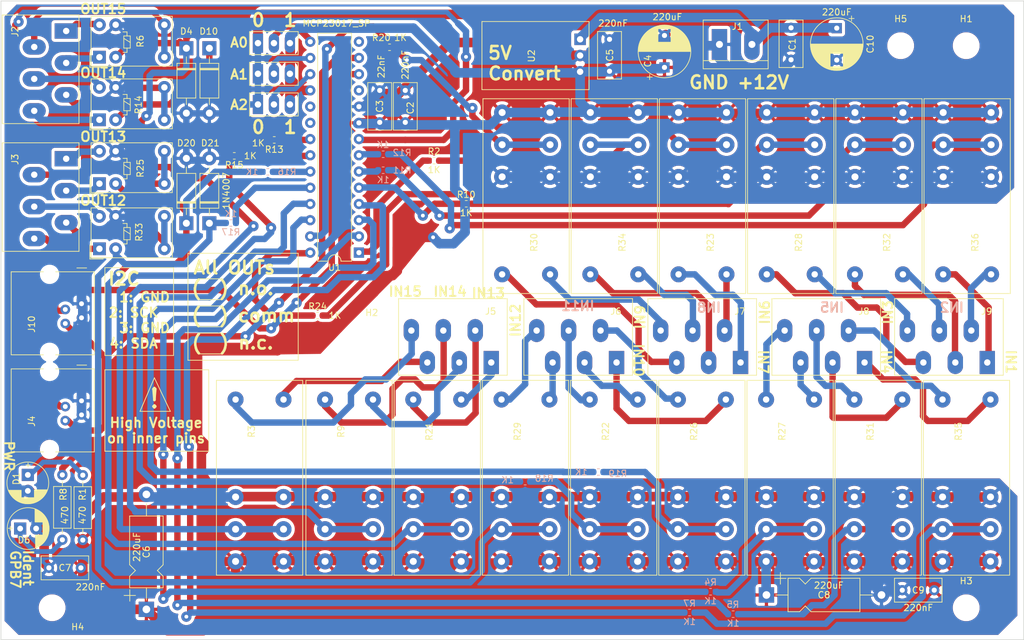
<source format=kicad_pcb>
(kicad_pcb (version 20171130) (host pcbnew "(5.1.6)-1")
  (layers (0 F.Cu signal) (31 B.Cu signal) (34 B.Paste user) (35 F.Paste user) (36 B.SilkS user) (37 F.SilkS user) (38 B.Mask user) (39 F.Mask user) (44 Edge.Cuts user))
  (net 0 "")
  (net 1 GND)
  (net 2 VCC)
  (net 3 "Net-(D1-Pad2)")
  (net 4 "Net-(D6-Pad2)")
  (net 5 "Net-(JP1-Pad2)")
  (net 6 "Net-(JP2-Pad2)")
  (net 7 "Net-(JP3-Pad2)")
  (net 8 "Net-(R8-Pad1)")
  (net 9 "Net-(C1-Pad1)")
  (net 10 "Net-(J10-Pad2)")
  (net 11 "Net-(J10-Pad4)")
  (net 12 "Net-(R2-Pad1)")
  (net 13 "Net-(R4-Pad1)")
  (net 14 "Net-(R5-Pad1)")
  (net 15 "Net-(R7-Pad1)")
  (net 16 "Net-(R10-Pad1)")
  (net 17 "Net-(R11-Pad1)")
  (net 18 "Net-(R12-Pad1)")
  (net 19 "Net-(R13-Pad1)")
  (net 20 "Net-(R15-Pad1)")
  (net 21 "Net-(R16-Pad1)")
  (net 22 "Net-(R17-Pad1)")
  (net 23 "Net-(R18-Pad1)")
  (net 24 "Net-(R19-Pad1)")
  (net 25 "Net-(R20-Pad1)")
  (net 26 "Net-(R24-Pad1)")
  (net 27 /GPA0)
  (net 28 /GPA1)
  (net 29 /GPA2)
  (net 30 /GPA3)
  (net 31 /SecCO1)
  (net 32 /SecNO1)
  (net 33 /SecNC1)
  (net 34 /SecNO2)
  (net 35 /SecCO2)
  (net 36 /SecNC2)
  (net 37 /SecCO3)
  (net 38 /SecNO3)
  (net 39 /SecNC3)
  (net 40 /SecNO4)
  (net 41 /SecCO4)
  (net 42 /SecNC4)
  (net 43 /ReAa2)
  (net 44 /ReAb2)
  (net 45 /ReAb1)
  (net 46 /ReAa1)
  (net 47 /ReAb0)
  (net 48 /ReAa0)
  (net 49 /ReAa5)
  (net 50 /ReAb5)
  (net 51 /ReAb4)
  (net 52 /ReAa4)
  (net 53 /ReAb3)
  (net 54 /ReAa3)
  (net 55 /ReBa0)
  (net 56 /ReBb0)
  (net 57 /ReAb7)
  (net 58 /ReAa7)
  (net 59 /ReAb6)
  (net 60 /ReAa6)
  (net 61 /ReBa3)
  (net 62 /ReBb3)
  (net 63 /ReBb2)
  (net 64 /ReBa2)
  (net 65 /ReBb1)
  (net 66 /ReBa1)
  (net 67 /ReBa6)
  (net 68 /ReBb6)
  (net 69 /ReBb5)
  (net 70 /ReBa5)
  (net 71 /ReBb4)
  (net 72 /ReBa4)
  (net 73 /GPB0)
  (net 74 /GPB1)
  (net 75 /GPB2)
  (net 76 /GPB3)
  (net 77 /GPB4)
  (net 78 /GPB5)
  (net 79 /GPB6)
  (net 80 /GPA4)
  (net 81 /GPA5)
  (net 82 /GPA6)
  (net 83 /GPA7)
  (module Jurgen_Footprints:R_0603_1608Metric_Bottom (layer F.Cu) (at 113.75 66.75 180)
    (fp_text reference R16 (at -3 0) (layer B.SilkS) (effects (justify mirror)))
    (fp_text value 1K (at 2.5 0) (layer B.SilkS) (effects (justify mirror)))
    (pad 2 smd roundrect (at 0.7875 0 180) (size 0.875 0.95) (layers B.Cu F.Paste F.Mask) (net 29 /GPA2))
    (pad 1 smd roundrect (at -0.7875 0 180) (size 0.875 0.95) (layers B.Cu F.Paste F.Mask) (net 21 "Net-(R16-Pad1)"))
  )
  (module Jurgen_Footprints:R_0603_1608Metric_Bottom (layer F.Cu) (at 107.9625 74.75 180)
    (fp_text reference R17 (at 0 -1.43) (layer B.SilkS) (effects (justify mirror)))
    (fp_text value 1K (at 0 1.43) (layer B.SilkS) (effects (justify mirror)))
    (pad 2 smd roundrect (at 0.7875 0 180) (size 0.875 0.95) (layers B.Cu F.Paste F.Mask) (net 30 /GPA3))
    (pad 1 smd roundrect (at -0.7875 0 180) (size 0.875 0.95) (layers B.Cu F.Paste F.Mask) (net 22 "Net-(R17-Pad1)"))
  )
  (module Resistor_SMD:R_0603_1608Metric (layer F.Cu) (at 114.75 61.75 180)
    (fp_text reference R13 (at 0 -1.5) (layer F.SilkS))
    (fp_text value 1K (at 2.5 -0.5) (layer F.SilkS))
    (pad 2 smd roundrect (at 0.7875 0 180) (size 0.875 0.95) (layers F.Cu F.Paste F.Mask) (net 27 /GPA0))
    (pad 1 smd roundrect (at -0.7875 0 180) (size 0.875 0.95) (layers F.Cu F.Paste F.Mask) (net 19 "Net-(R13-Pad1)"))
  )
  (module Jurgen_Footprints:R_0603_1608Metric_Bottom (layer F.Cu) (at 131.7875 64)
    (fp_text reference R12 (at 2.9625 -0.25) (layer B.SilkS) (effects (justify mirror)))
    (fp_text value 1K (at -0.0375 -1.5) (layer B.SilkS) (effects (justify mirror)))
    (pad 2 smd roundrect (at 0.7875 0) (size 0.875 0.95) (layers B.Cu F.Paste F.Mask) (net 79 /GPB6))
    (pad 1 smd roundrect (at -0.7875 0) (size 0.875 0.95) (layers B.Cu F.Paste F.Mask) (net 18 "Net-(R12-Pad1)"))
  )
  (module Jurgen_Footprints:R_0603_1608Metric_Bottom (layer F.Cu) (at 154 115.25)
    (fp_text reference R18 (at 3 -0.5) (layer B.SilkS) (effects (justify mirror)))
    (fp_text value 1K (at -2.75 -0.25) (layer B.SilkS) (effects (justify mirror)))
    (pad 2 smd roundrect (at 0.7875 0) (size 0.875 0.95) (layers B.Cu F.Paste F.Mask) (net 80 /GPA4))
    (pad 1 smd roundrect (at -0.7875 0) (size 0.875 0.95) (layers B.Cu F.Paste F.Mask) (net 23 "Net-(R18-Pad1)"))
  )
  (module Jurgen_Footprints:R_0603_1608Metric_Bottom (layer F.Cu) (at 179.7125 135.75)
    (fp_text reference R7 (at 0 -1.43) (layer B.SilkS) (effects (justify mirror)))
    (fp_text value 1K (at 0 1.43) (layer B.SilkS) (effects (justify mirror)))
    (pad 2 smd roundrect (at 0.7875 0) (size 0.875 0.95) (layers B.Cu F.Paste F.Mask) (net 76 /GPB3))
    (pad 1 smd roundrect (at -0.7875 0) (size 0.875 0.95) (layers B.Cu F.Paste F.Mask) (net 15 "Net-(R7-Pad1)"))
  )
  (module Jurgen_Footprints:R_0603_1608Metric_Bottom (layer F.Cu) (at 165.4625 113.75)
    (fp_text reference R19 (at 3.0375 0.25) (layer B.SilkS) (effects (justify mirror)))
    (fp_text value 1K (at -2.7125 0) (layer B.SilkS) (effects (justify mirror)))
    (pad 2 smd roundrect (at 0.7875 0) (size 0.875 0.95) (layers B.Cu F.Paste F.Mask) (net 81 /GPA5))
    (pad 1 smd roundrect (at -0.7875 0) (size 0.875 0.95) (layers B.Cu F.Paste F.Mask) (net 24 "Net-(R19-Pad1)"))
  )
  (module Jurgen_Footprints:R_0603_1608Metric_Bottom (layer F.Cu) (at 131.7875 66.5)
    (fp_text reference R11 (at 2.9625 0) (layer B.SilkS) (effects (justify mirror)))
    (fp_text value 1K (at 0 1.5) (layer B.SilkS) (effects (justify mirror)))
    (pad 2 smd roundrect (at 0.7875 0) (size 0.875 0.95) (layers B.Cu F.Paste F.Mask) (net 78 /GPB5))
    (pad 1 smd roundrect (at -0.7875 0) (size 0.875 0.95) (layers B.Cu F.Paste F.Mask) (net 17 "Net-(R11-Pad1)"))
  )
  (module Resistor_SMD:R_0603_1608Metric (layer F.Cu) (at 139.75 65)
    (fp_text reference R2 (at 0 -1.43) (layer F.SilkS))
    (fp_text value 1K (at 0 1.43) (layer F.SilkS))
    (pad 2 smd roundrect (at 0.7875 0) (size 0.875 0.95) (layers F.Cu F.Paste F.Mask) (net 73 /GPB0))
    (pad 1 smd roundrect (at -0.7875 0) (size 0.875 0.95) (layers F.Cu F.Paste F.Mask) (net 12 "Net-(R2-Pad1)"))
  )
  (module Jurgen_Footprints:R_0603_1608Metric_Bottom (layer F.Cu) (at 183 132.5)
    (fp_text reference R4 (at 0 -1.5) (layer B.SilkS) (effects (justify mirror)))
    (fp_text value 1K (at 0 1.43) (layer B.SilkS) (effects (justify mirror)))
    (pad 2 smd roundrect (at 0.7875 0) (size 0.875 0.95) (layers B.Cu F.Paste F.Mask) (net 74 /GPB1))
    (pad 1 smd roundrect (at -0.7875 0) (size 0.875 0.95) (layers B.Cu F.Paste F.Mask) (net 13 "Net-(R4-Pad1)"))
  )
  (module Jurgen_Footprints:R_0603_1608Metric_Bottom (layer F.Cu) (at 186.5375 136)
    (fp_text reference R5 (at -0.0375 -1.5) (layer B.SilkS) (effects (justify mirror)))
    (fp_text value 1K (at 0 1.43) (layer B.SilkS) (effects (justify mirror)))
    (pad 2 smd roundrect (at 0.7875 0) (size 0.875 0.95) (layers B.Cu F.Paste F.Mask) (net 75 /GPB2))
    (pad 1 smd roundrect (at -0.7875 0) (size 0.875 0.95) (layers B.Cu F.Paste F.Mask) (net 14 "Net-(R5-Pad1)"))
  )
  (module Resistor_SMD:R_0603_1608Metric (layer F.Cu) (at 121.5375 89.25)
    (fp_text reference R24 (at 0 -1.43) (layer F.SilkS))
    (fp_text value 1K (at 2.7125 0) (layer F.SilkS))
    (pad 2 smd roundrect (at 0.7875 0) (size 0.875 0.95) (layers F.Cu F.Paste F.Mask) (net 83 /GPA7))
    (pad 1 smd roundrect (at -0.7875 0) (size 0.875 0.95) (layers F.Cu F.Paste F.Mask) (net 26 "Net-(R24-Pad1)"))
  )
  (module Resistor_SMD:R_0603_1608Metric (layer F.Cu) (at 132.7875 47.25)
    (fp_text reference R20 (at -1.2875 -1.5) (layer F.SilkS))
    (fp_text value 1K (at 1.7125 -1.5) (layer F.SilkS))
    (pad 2 smd roundrect (at 0.7875 0) (size 0.875 0.95) (layers F.Cu F.Paste F.Mask) (net 82 /GPA6))
    (pad 1 smd roundrect (at -0.7875 0) (size 0.875 0.95) (layers F.Cu F.Paste F.Mask) (net 25 "Net-(R20-Pad1)"))
  )
  (module Resistor_SMD:R_0603_1608Metric (layer F.Cu) (at 108.5 64.25 180)
    (fp_text reference R15 (at 0 -1.43) (layer F.SilkS))
    (fp_text value 1K (at -2.5 0) (layer F.SilkS))
    (pad 2 smd roundrect (at 0.7875 0 180) (size 0.875 0.95) (layers F.Cu F.Paste F.Mask) (net 28 /GPA1))
    (pad 1 smd roundrect (at -0.7875 0 180) (size 0.875 0.95) (layers F.Cu F.Paste F.Mask) (net 20 "Net-(R15-Pad1)"))
  )
  (module Resistor_SMD:R_0603_1608Metric (layer F.Cu) (at 144.7875 71.75)
    (fp_text reference R10 (at 0 -1.43) (layer F.SilkS))
    (fp_text value 1K (at 0 1.43) (layer F.SilkS))
    (pad 2 smd roundrect (at 0.7875 0) (size 0.875 0.95) (layers F.Cu F.Paste F.Mask) (net 77 /GPB4))
    (pad 1 smd roundrect (at -0.7875 0) (size 0.875 0.95) (layers F.Cu F.Paste F.Mask) (net 16 "Net-(R10-Pad1)"))
  )
  (module MountingHole:MountingHole_3.2mm_M3 (layer F.Cu) (at 212.75 47)
    (fp_text reference H5 (at 0 -4.2) (layer F.SilkS))
    (fp_text value "M3 MountingHole")
    (pad 1 np_thru_hole circle (at 0 0) (size 3.2 3.2) (drill 3.2) (layers *.Cu *.Mask))
  )
  (module Capacitor_THT:CP_Radial_D8.0mm_P5.00mm (layer F.Cu) (at 202.75 44.25 270)
    (fp_text reference C10 (at 2.5 -5.25 90) (layer F.SilkS))
    (fp_text value 220uF (at -2.5 0 180) (layer F.SilkS))
    (pad 2 thru_hole circle (at 5 0 270) (size 1.6 1.6) (drill 0.8) (layers *.Cu *.Mask) (net 1 GND))
    (pad 1 thru_hole rect (at 0 0 270) (size 1.6 1.6) (drill 0.8) (layers *.Cu *.Mask) (net 9 "Net-(C1-Pad1)"))
  )
  (module Capacitor_THT:C_Rect_L7.2mm_W3.5mm_P5.00mm_FKS2_FKP2_MKS2_MKP2 (layer F.Cu) (at 218 132.25 180)
    (fp_text reference C9 (at 2.5 0) (layer F.SilkS))
    (fp_text value 220nF (at 2.5 -2.75) (layer F.SilkS))
    (pad 2 thru_hole circle (at 5 0 180) (size 1.6 1.6) (drill 0.8) (layers *.Cu *.Mask) (net 1 GND))
    (pad 1 thru_hole circle (at 0 0 180) (size 1.6 1.6) (drill 0.8) (layers *.Cu *.Mask) (net 2 VCC))
  )
  (module Capacitor_THT:CP_Axial_L11.0mm_D5.0mm_P18.00mm_Horizontal (layer F.Cu) (at 191.75 133)
    (fp_text reference C8 (at 9 0) (layer F.SilkS))
    (fp_text value 220uF (at 9.75 -1.5) (layer F.SilkS))
    (pad 2 thru_hole oval (at 18 0) (size 2.4 2.4) (drill 1.2) (layers *.Cu *.Mask) (net 1 GND))
    (pad 1 thru_hole rect (at 0 0) (size 2.4 2.4) (drill 1.2) (layers *.Cu *.Mask) (net 2 VCC))
  )
  (module Capacitor_THT:C_Rect_L7.2mm_W3.5mm_P5.00mm_FKS2_FKP2_MKS2_MKP2 (layer F.Cu) (at 84.5 128.75 180)
    (fp_text reference C7 (at 2.5 0) (layer F.SilkS))
    (fp_text value 220nF (at -1.5 -3) (layer F.SilkS))
    (pad 2 thru_hole circle (at 5 0 180) (size 1.6 1.6) (drill 0.8) (layers *.Cu *.Mask) (net 1 GND))
    (pad 1 thru_hole circle (at 0 0 180) (size 1.6 1.6) (drill 0.8) (layers *.Cu *.Mask) (net 2 VCC))
  )
  (module Capacitor_THT:CP_Axial_L11.0mm_D5.0mm_P18.00mm_Horizontal (layer F.Cu) (at 94.75 135.25 90)
    (fp_text reference C6 (at 9 0 90) (layer F.SilkS))
    (fp_text value 220uF (at 9.75 -1.5 90) (layer F.SilkS))
    (pad 2 thru_hole oval (at 18 0 90) (size 2.4 2.4) (drill 1.2) (layers *.Cu *.Mask) (net 1 GND))
    (pad 1 thru_hole rect (at 0 0 90) (size 2.4 2.4) (drill 1.2) (layers *.Cu *.Mask) (net 2 VCC))
  )
  (module Capacitor_THT:C_Rect_L7.2mm_W3.5mm_P5.00mm_FKS2_FKP2_MKS2_MKP2 (layer F.Cu) (at 131.25 59 90)
    (fp_text reference C3 (at 2.5 0 90) (layer F.SilkS))
    (fp_text value 22nF (at 8.75 0.25 90) (layer F.SilkS))
    (pad 2 thru_hole circle (at 5 0 90) (size 1.6 1.6) (drill 0.8) (layers *.Cu *.Mask) (net 1 GND))
    (pad 1 thru_hole circle (at 0 0 90) (size 1.6 1.6) (drill 0.8) (layers *.Cu *.Mask) (net 2 VCC))
  )
  (module MountingHole:MountingHole_3.2mm_M3 (layer F.Cu) (at 80 135)
    (fp_text reference H4 (at 4 3) (layer F.SilkS))
    (fp_text value "M3 MountingHole")
    (pad 1 np_thru_hole circle (at 0 0) (size 3.2 3.2) (drill 3.2) (layers *.Cu *.Mask))
  )
  (module MountingHole:MountingHole_3.2mm_M3 (layer F.Cu) (at 223 135)
    (fp_text reference H3 (at 0 -4.2) (layer F.SilkS))
    (fp_text value "M3 MountingHole")
    (pad 1 np_thru_hole circle (at 0 0) (size 3.2 3.2) (drill 3.2) (layers *.Cu *.Mask))
  )
  (module MountingHole:MountingHole_3.2mm_M3 (layer F.Cu) (at 130 93)
    (fp_text reference H2 (at 0 -4.2) (layer F.SilkS))
    (fp_text value "M3 MountingHole")
    (pad 1 np_thru_hole circle (at 0 0) (size 3.2 3.2) (drill 3.2) (layers *.Cu *.Mask))
  )
  (module MountingHole:MountingHole_3.2mm_M3 (layer F.Cu) (at 223 47)
    (fp_text reference H1 (at 0 -4.2) (layer F.SilkS))
    (fp_text value "M3 MountingHole")
    (pad 1 np_thru_hole circle (at 0 0) (size 3.2 3.2) (drill 3.2) (layers *.Cu *.Mask))
  )
  (module Jurgen_Footprints:RJ11 (layer F.Cu) (at 84.6 87.4 270)
    (fp_text reference J10 (at 3.2 7.8 90) (layer F.SilkS))
    (fp_text value RJ10)
    (pad 1 thru_hole rect (at 0 0 270) (size 1.52 1.52) (drill 0.76) (layers *.Cu *.Mask) (net 1 GND))
    (pad "" np_thru_hole circle (at -4.6 5 270) (size 2 2) (drill 2) (layers *.Cu *.Mask))
    (pad 2 thru_hole circle (at 0.9 2.54 270) (size 1.52 1.52) (drill 0.76) (layers *.Cu *.Mask) (net 10 "Net-(J10-Pad2)"))
    (pad 3 thru_hole circle (at 2.2 0 270) (size 1.52 1.52) (drill 0.76) (layers *.Cu *.Mask) (net 1 GND))
    (pad 4 thru_hole circle (at 3.1 2.54 270) (size 1.52 1.52) (drill 0.76) (layers *.Cu *.Mask) (net 11 "Net-(J10-Pad4)"))
    (pad "" np_thru_hole circle (at 7.6 5 270) (size 2 2) (drill 2) (layers *.Cu *.Mask))
  )
  (module Jurgen_Footprints:Relay_230V (layer F.Cu) (at 116.2 102.4 270)
    (fp_text reference R3 (at 5 5 90) (layer F.SilkS))
    (fp_text value RT314730)
    (pad 14 thru_hole circle (at 25.34 7.5 270) (size 2.5 2.5) (drill 1.1) (layers *.Cu *.Mask) (net 2 VCC))
    (pad 14 thru_hole circle (at 25.34 0 270) (size 2.5 2.5) (drill 1.1) (layers *.Cu *.Mask) (net 2 VCC))
    (pad 11 thru_hole circle (at 20.3 7.5 270) (size 2.5 2.5) (drill 1.1) (layers *.Cu *.Mask) (net 27 /GPA0))
    (pad 11 thru_hole circle (at 20.3 0 270) (size 2.5 2.5) (drill 1.1) (layers *.Cu *.Mask) (net 27 /GPA0))
    (pad 12 thru_hole circle (at 15.26 7.5 270) (size 2.5 2.5) (drill 1.1) (layers *.Cu *.Mask) (net 1 GND))
    (pad 12 thru_hole circle (at 15.26 0 270) (size 2.5 2.5) (drill 1.1) (layers *.Cu *.Mask) (net 1 GND))
    (pad A2 thru_hole circle (at 0 7.5 270) (size 2.5 2.5) (drill 1) (layers *.Cu *.Mask) (net 48 /ReAa0))
    (pad A1 thru_hole circle (at 0 0 270) (size 2.5 2.5) (drill 1) (layers *.Cu *.Mask) (net 47 /ReAb0))
  )
  (module Jurgen_Footprints:Relay_230V (layer F.Cu) (at 130.2 102.4 270)
    (fp_text reference R9 (at 5 5 90) (layer F.SilkS))
    (fp_text value RT314730)
    (pad 14 thru_hole circle (at 25.34 7.5 270) (size 2.5 2.5) (drill 1.1) (layers *.Cu *.Mask) (net 2 VCC))
    (pad 14 thru_hole circle (at 25.34 0 270) (size 2.5 2.5) (drill 1.1) (layers *.Cu *.Mask) (net 2 VCC))
    (pad 11 thru_hole circle (at 20.3 7.5 270) (size 2.5 2.5) (drill 1.1) (layers *.Cu *.Mask) (net 28 /GPA1))
    (pad 11 thru_hole circle (at 20.3 0 270) (size 2.5 2.5) (drill 1.1) (layers *.Cu *.Mask) (net 28 /GPA1))
    (pad 12 thru_hole circle (at 15.26 7.5 270) (size 2.5 2.5) (drill 1.1) (layers *.Cu *.Mask) (net 1 GND))
    (pad 12 thru_hole circle (at 15.26 0 270) (size 2.5 2.5) (drill 1.1) (layers *.Cu *.Mask) (net 1 GND))
    (pad A2 thru_hole circle (at 0 7.5 270) (size 2.5 2.5) (drill 1) (layers *.Cu *.Mask) (net 46 /ReAa1))
    (pad A1 thru_hole circle (at 0 0 270) (size 2.5 2.5) (drill 1) (layers *.Cu *.Mask) (net 45 /ReAb1))
  )
  (module Package_DIP:DIP-28_W7.62mm (layer F.Cu) (at 128 79.4 180)
    (fp_text reference U1 (at 3.81 -2.33) (layer F.SilkS))
    (fp_text value MCP23017_SP (at 3.5 35.9) (layer F.SilkS))
    (pad 28 thru_hole oval (at 7.62 0 180) (size 1.6 1.6) (drill 0.8) (layers *.Cu *.Mask) (net 26 "Net-(R24-Pad1)"))
    (pad 14 thru_hole oval (at 0 33.02 180) (size 1.6 1.6) (drill 0.8) (layers *.Cu *.Mask))
    (pad 27 thru_hole oval (at 7.62 2.54 180) (size 1.6 1.6) (drill 0.8) (layers *.Cu *.Mask) (net 25 "Net-(R20-Pad1)"))
    (pad 13 thru_hole oval (at 0 30.48 180) (size 1.6 1.6) (drill 0.8) (layers *.Cu *.Mask) (net 11 "Net-(J10-Pad4)"))
    (pad 26 thru_hole oval (at 7.62 5.08 180) (size 1.6 1.6) (drill 0.8) (layers *.Cu *.Mask) (net 24 "Net-(R19-Pad1)"))
    (pad 12 thru_hole oval (at 0 27.94 180) (size 1.6 1.6) (drill 0.8) (layers *.Cu *.Mask) (net 10 "Net-(J10-Pad2)"))
    (pad 25 thru_hole oval (at 7.62 7.62 180) (size 1.6 1.6) (drill 0.8) (layers *.Cu *.Mask) (net 23 "Net-(R18-Pad1)"))
    (pad 11 thru_hole oval (at 0 25.4 180) (size 1.6 1.6) (drill 0.8) (layers *.Cu *.Mask))
    (pad 24 thru_hole oval (at 7.62 10.16 180) (size 1.6 1.6) (drill 0.8) (layers *.Cu *.Mask) (net 22 "Net-(R17-Pad1)"))
    (pad 10 thru_hole oval (at 0 22.86 180) (size 1.6 1.6) (drill 0.8) (layers *.Cu *.Mask) (net 1 GND))
    (pad 23 thru_hole oval (at 7.62 12.7 180) (size 1.6 1.6) (drill 0.8) (layers *.Cu *.Mask) (net 21 "Net-(R16-Pad1)"))
    (pad 9 thru_hole oval (at 0 20.32 180) (size 1.6 1.6) (drill 0.8) (layers *.Cu *.Mask) (net 2 VCC))
    (pad 22 thru_hole oval (at 7.62 15.24 180) (size 1.6 1.6) (drill 0.8) (layers *.Cu *.Mask) (net 20 "Net-(R15-Pad1)"))
    (pad 8 thru_hole oval (at 0 17.78 180) (size 1.6 1.6) (drill 0.8) (layers *.Cu *.Mask) (net 8 "Net-(R8-Pad1)"))
    (pad 21 thru_hole oval (at 7.62 17.78 180) (size 1.6 1.6) (drill 0.8) (layers *.Cu *.Mask) (net 19 "Net-(R13-Pad1)"))
    (pad 7 thru_hole oval (at 0 15.24 180) (size 1.6 1.6) (drill 0.8) (layers *.Cu *.Mask) (net 18 "Net-(R12-Pad1)"))
    (pad 20 thru_hole oval (at 7.62 20.32 180) (size 1.6 1.6) (drill 0.8) (layers *.Cu *.Mask))
    (pad 6 thru_hole oval (at 0 12.7 180) (size 1.6 1.6) (drill 0.8) (layers *.Cu *.Mask) (net 17 "Net-(R11-Pad1)"))
    (pad 19 thru_hole oval (at 7.62 22.86 180) (size 1.6 1.6) (drill 0.8) (layers *.Cu *.Mask))
    (pad 5 thru_hole oval (at 0 10.16 180) (size 1.6 1.6) (drill 0.8) (layers *.Cu *.Mask) (net 16 "Net-(R10-Pad1)"))
    (pad 18 thru_hole oval (at 7.62 25.4 180) (size 1.6 1.6) (drill 0.8) (layers *.Cu *.Mask) (net 2 VCC))
    (pad 4 thru_hole oval (at 0 7.62 180) (size 1.6 1.6) (drill 0.8) (layers *.Cu *.Mask) (net 15 "Net-(R7-Pad1)"))
    (pad 17 thru_hole oval (at 7.62 27.94 180) (size 1.6 1.6) (drill 0.8) (layers *.Cu *.Mask) (net 5 "Net-(JP1-Pad2)"))
    (pad 3 thru_hole oval (at 0 5.08 180) (size 1.6 1.6) (drill 0.8) (layers *.Cu *.Mask) (net 14 "Net-(R5-Pad1)"))
    (pad 16 thru_hole oval (at 7.62 30.48 180) (size 1.6 1.6) (drill 0.8) (layers *.Cu *.Mask) (net 6 "Net-(JP2-Pad2)"))
    (pad 2 thru_hole oval (at 0 2.54 180) (size 1.6 1.6) (drill 0.8) (layers *.Cu *.Mask) (net 13 "Net-(R4-Pad1)"))
    (pad 15 thru_hole oval (at 7.62 33.02 180) (size 1.6 1.6) (drill 0.8) (layers *.Cu *.Mask) (net 7 "Net-(JP3-Pad2)"))
    (pad 1 thru_hole rect (at 0 0 180) (size 1.6 1.6) (drill 0.8) (layers *.Cu *.Mask) (net 12 "Net-(R2-Pad1)"))
  )
  (module Resistor_THT:R_Axial_DIN0207_L6.3mm_D2.5mm_P10.16mm_Horizontal (layer F.Cu) (at 81.6 114.2 270)
    (fp_text reference R8 (at 3.05 -0.15 90) (layer F.SilkS))
    (fp_text value 470 (at 6.3 -0.4 270) (layer F.SilkS))
    (pad 2 thru_hole oval (at 10.16 0 270) (size 1.6 1.6) (drill 0.8) (layers *.Cu *.Mask) (net 4 "Net-(D6-Pad2)"))
    (pad 1 thru_hole circle (at 0 0 270) (size 1.6 1.6) (drill 0.8) (layers *.Cu *.Mask) (net 8 "Net-(R8-Pad1)"))
  )
  (module Jurgen_Footprints:RJ11 (layer F.Cu) (at 84.6 102.6 270)
    (fp_text reference J4 (at 3.2 7.8 90) (layer F.SilkS))
    (fp_text value RJ10)
    (pad 1 thru_hole rect (at 0 0 270) (size 1.52 1.52) (drill 0.76) (layers *.Cu *.Mask) (net 1 GND))
    (pad "" np_thru_hole circle (at -4.6 5 270) (size 2 2) (drill 2) (layers *.Cu *.Mask))
    (pad 2 thru_hole circle (at 0.9 2.54 270) (size 1.52 1.52) (drill 0.76) (layers *.Cu *.Mask) (net 10 "Net-(J10-Pad2)"))
    (pad 3 thru_hole circle (at 2.2 0 270) (size 1.52 1.52) (drill 0.76) (layers *.Cu *.Mask) (net 1 GND))
    (pad 4 thru_hole circle (at 3.1 2.54 270) (size 1.52 1.52) (drill 0.76) (layers *.Cu *.Mask) (net 11 "Net-(J10-Pad4)"))
    (pad "" np_thru_hole circle (at 7.6 5 270) (size 2 2) (drill 2) (layers *.Cu *.Mask))
  )
  (module Jurgen_Footprints:LED_Radial_D6.3mm_P2.50mm_Jurgen (layer F.Cu) (at 75 122.6)
    (fp_text reference D6 (at 0.6 1.8) (layer F.SilkS))
    (fp_text value "LED Green")
    (pad 1 thru_hole circle (at 2.5 0) (size 1.9 1.9) (drill 0.9) (layers *.Cu *.Mask) (net 1 GND))
    (pad 2 thru_hole rect (at 0 0) (size 1.9 1.9) (drill 0.9) (layers *.Cu *.Mask) (net 4 "Net-(D6-Pad2)"))
  )
  (module Jurgen_Footprints:LED_Radial_D6.3mm_P2.50mm_Jurgen (layer F.Cu) (at 76.2 114.2 270)
    (fp_text reference D1 (at 0.6 1.8 90) (layer F.SilkS))
    (fp_text value "LED Red")
    (pad 1 thru_hole circle (at 2.5 0 270) (size 1.9 1.9) (drill 0.9) (layers *.Cu *.Mask) (net 1 GND))
    (pad 2 thru_hole rect (at 0 0 270) (size 1.9 1.9) (drill 0.9) (layers *.Cu *.Mask) (net 3 "Net-(D1-Pad2)"))
  )
  (module Capacitor_THT:C_Rect_L7.2mm_W3.5mm_P5.00mm_FKS2_FKP2_MKS2_MKP2 (layer F.Cu) (at 135.25 59 90)
    (fp_text reference C2 (at 2.25 0.8 90) (layer F.SilkS))
    (fp_text value 220nF (at 9 0 90) (layer F.SilkS))
    (pad 2 thru_hole circle (at 5 0 90) (size 1.6 1.6) (drill 0.8) (layers *.Cu *.Mask) (net 1 GND))
    (pad 1 thru_hole circle (at 0 0 90) (size 1.6 1.6) (drill 0.8) (layers *.Cu *.Mask) (net 2 VCC))
  )
  (module Jurgen_Footprints:Connector_1x3_Normal (layer F.Cu) (at 112.2 56.2)
    (fp_text reference JP1 hide)
    (fp_text value Jumper_NC_Dual hide)
    (pad 3 thru_hole oval (at 5 0) (size 1.6 3) (drill 1) (layers *.Cu *.Mask) (net 2 VCC))
    (pad 2 thru_hole oval (at 2.5 0) (size 1.6 3) (drill 1) (layers *.Cu *.Mask) (net 5 "Net-(JP1-Pad2)"))
    (pad 1 thru_hole rect (at 0 0) (size 1.6 3) (drill 1) (layers *.Cu *.Mask) (net 1 GND))
  )
  (module Jurgen_Footprints:Connector_1x3_Normal (layer F.Cu) (at 112.2 46.6)
    (fp_text reference JP3 hide)
    (fp_text value Jumper_NC_Dual hide)
    (pad 3 thru_hole oval (at 5 0) (size 1.6 3) (drill 1) (layers *.Cu *.Mask) (net 2 VCC))
    (pad 2 thru_hole oval (at 2.5 0) (size 1.6 3) (drill 1) (layers *.Cu *.Mask) (net 7 "Net-(JP3-Pad2)"))
    (pad 1 thru_hole rect (at 0 0) (size 1.6 3) (drill 1) (layers *.Cu *.Mask) (net 1 GND))
  )
  (module Jurgen_Footprints:Connector_1x3_Normal (layer F.Cu) (at 112.2 51.4)
    (fp_text reference JP2 hide)
    (fp_text value Jumper_NC_Dual hide)
    (pad 3 thru_hole oval (at 5 0) (size 1.6 3) (drill 1) (layers *.Cu *.Mask) (net 2 VCC))
    (pad 2 thru_hole oval (at 2.5 0) (size 1.6 3) (drill 1) (layers *.Cu *.Mask) (net 6 "Net-(JP2-Pad2)"))
    (pad 1 thru_hole rect (at 0 0) (size 1.6 3) (drill 1) (layers *.Cu *.Mask) (net 1 GND))
  )
  (module Converter_DCDC:Converter_DCDC_muRata_OKI-78SR_Horizontal (layer F.Cu) (at 162.6 46 270)
    (fp_text reference U2 (at 2.6 7.6 270) (layer F.SilkS))
    (fp_text value OKI-78SR-5_1.5-W36H-C)
    (pad 3 thru_hole circle (at 5.08 0 90) (size 1.8 1.8) (drill 1) (layers *.Cu *.Mask) (net 2 VCC))
    (pad 2 thru_hole circle (at 2.54 0 90) (size 1.8 1.8) (drill 1) (layers *.Cu *.Mask) (net 1 GND))
    (pad 1 thru_hole rect (at 0 0 90) (size 1.8 1.8) (drill 1) (layers *.Cu *.Mask) (net 9 "Net-(C1-Pad1)"))
  )
  (module Jurgen_Footprints:TerminalBlock_bornier-2_P5.08mm_jurgen (layer F.Cu) (at 184.4 46.8)
    (fp_text reference J1 (at 2.8 -2.8) (layer F.SilkS))
    (fp_text value Vin12V)
    (pad 2 thru_hole oval (at 5.08 0) (size 2.4 4.8) (drill 1.1) (layers *.Cu *.Mask) (net 9 "Net-(C1-Pad1)"))
    (pad 1 thru_hole rect (at 0 0) (size 2.4 4.8) (drill 1.1) (layers *.Cu *.Mask) (net 1 GND))
  )
  (module Capacitor_THT:C_Rect_L7.2mm_W3.5mm_P5.00mm_FKS2_FKP2_MKS2_MKP2 (layer F.Cu) (at 167.2 51 90)
    (fp_text reference C5 (at 2.5 0.05 90) (layer F.SilkS))
    (fp_text value 220nF (at 7.5 0.55 180) (layer F.SilkS))
    (pad 2 thru_hole circle (at 5 0 90) (size 1.6 1.6) (drill 0.8) (layers *.Cu *.Mask) (net 1 GND))
    (pad 1 thru_hole circle (at 0 0 90) (size 1.6 1.6) (drill 0.8) (layers *.Cu *.Mask) (net 2 VCC))
  )
  (module Capacitor_THT:CP_Radial_D8.0mm_P5.00mm (layer F.Cu) (at 175.8 50.4 90)
    (fp_text reference C4 (at 1 -2.6 90) (layer F.SilkS))
    (fp_text value 220uF (at 7.9 0.45 180) (layer F.SilkS))
    (pad 2 thru_hole circle (at 5 0 90) (size 1.6 1.6) (drill 0.8) (layers *.Cu *.Mask) (net 1 GND))
    (pad 1 thru_hole rect (at 0 0 90) (size 1.6 1.6) (drill 0.8) (layers *.Cu *.Mask) (net 2 VCC))
  )
  (module Jurgen_Footprints:Relay_230V (layer F.Cu) (at 219.4 82.8 90)
    (fp_text reference R36 (at 5 5 90) (layer F.SilkS))
    (fp_text value RT314730)
    (pad 14 thru_hole circle (at 25.34 7.5 90) (size 2.5 2.5) (drill 1.1) (layers *.Cu *.Mask) (net 2 VCC))
    (pad 14 thru_hole circle (at 25.34 0 90) (size 2.5 2.5) (drill 1.1) (layers *.Cu *.Mask) (net 2 VCC))
    (pad 11 thru_hole circle (at 20.3 7.5 90) (size 2.5 2.5) (drill 1.1) (layers *.Cu *.Mask) (net 79 /GPB6))
    (pad 11 thru_hole circle (at 20.3 0 90) (size 2.5 2.5) (drill 1.1) (layers *.Cu *.Mask) (net 79 /GPB6))
    (pad 12 thru_hole circle (at 15.26 7.5 90) (size 2.5 2.5) (drill 1.1) (layers *.Cu *.Mask) (net 1 GND))
    (pad 12 thru_hole circle (at 15.26 0 90) (size 2.5 2.5) (drill 1.1) (layers *.Cu *.Mask) (net 1 GND))
    (pad A2 thru_hole circle (at 0 7.5 90) (size 2.5 2.5) (drill 1) (layers *.Cu *.Mask) (net 67 /ReBa6))
    (pad A1 thru_hole circle (at 0 0 90) (size 2.5 2.5) (drill 1) (layers *.Cu *.Mask) (net 68 /ReBb6))
  )
  (module Jurgen_Footprints:Relay_230V (layer F.Cu) (at 226.8 102.4 270)
    (fp_text reference R35 (at 5 5 90) (layer F.SilkS))
    (fp_text value RT314730)
    (pad 14 thru_hole circle (at 25.34 7.5 270) (size 2.5 2.5) (drill 1.1) (layers *.Cu *.Mask) (net 2 VCC))
    (pad 14 thru_hole circle (at 25.34 0 270) (size 2.5 2.5) (drill 1.1) (layers *.Cu *.Mask) (net 2 VCC))
    (pad 11 thru_hole circle (at 20.3 7.5 270) (size 2.5 2.5) (drill 1.1) (layers *.Cu *.Mask) (net 76 /GPB3))
    (pad 11 thru_hole circle (at 20.3 0 270) (size 2.5 2.5) (drill 1.1) (layers *.Cu *.Mask) (net 76 /GPB3))
    (pad 12 thru_hole circle (at 15.26 7.5 270) (size 2.5 2.5) (drill 1.1) (layers *.Cu *.Mask) (net 1 GND))
    (pad 12 thru_hole circle (at 15.26 0 270) (size 2.5 2.5) (drill 1.1) (layers *.Cu *.Mask) (net 1 GND))
    (pad A2 thru_hole circle (at 0 7.5 270) (size 2.5 2.5) (drill 1) (layers *.Cu *.Mask) (net 61 /ReBa3))
    (pad A1 thru_hole circle (at 0 0 270) (size 2.5 2.5) (drill 1) (layers *.Cu *.Mask) (net 62 /ReBb3))
  )
  (module Jurgen_Footprints:Relay_230V (layer F.Cu) (at 164.2 82.8 90)
    (fp_text reference R34 (at 5 5 90) (layer F.SilkS))
    (fp_text value RT314730)
    (pad 14 thru_hole circle (at 25.34 7.5 90) (size 2.5 2.5) (drill 1.1) (layers *.Cu *.Mask) (net 2 VCC))
    (pad 14 thru_hole circle (at 25.34 0 90) (size 2.5 2.5) (drill 1.1) (layers *.Cu *.Mask) (net 2 VCC))
    (pad 11 thru_hole circle (at 20.3 7.5 90) (size 2.5 2.5) (drill 1.1) (layers *.Cu *.Mask) (net 83 /GPA7))
    (pad 11 thru_hole circle (at 20.3 0 90) (size 2.5 2.5) (drill 1.1) (layers *.Cu *.Mask) (net 83 /GPA7))
    (pad 12 thru_hole circle (at 15.26 7.5 90) (size 2.5 2.5) (drill 1.1) (layers *.Cu *.Mask) (net 1 GND))
    (pad 12 thru_hole circle (at 15.26 0 90) (size 2.5 2.5) (drill 1.1) (layers *.Cu *.Mask) (net 1 GND))
    (pad A2 thru_hole circle (at 0 7.5 90) (size 2.5 2.5) (drill 1) (layers *.Cu *.Mask) (net 58 /ReAa7))
    (pad A1 thru_hole circle (at 0 0 90) (size 2.5 2.5) (drill 1) (layers *.Cu *.Mask) (net 57 /ReAb7))
  )
  (module Jurgen_Footprints:Relay_230V (layer F.Cu) (at 205.6 82.8 90)
    (fp_text reference R32 (at 5 5 90) (layer F.SilkS))
    (fp_text value RT314730)
    (pad 14 thru_hole circle (at 25.34 7.5 90) (size 2.5 2.5) (drill 1.1) (layers *.Cu *.Mask) (net 2 VCC))
    (pad 14 thru_hole circle (at 25.34 0 90) (size 2.5 2.5) (drill 1.1) (layers *.Cu *.Mask) (net 2 VCC))
    (pad 11 thru_hole circle (at 20.3 7.5 90) (size 2.5 2.5) (drill 1.1) (layers *.Cu *.Mask) (net 78 /GPB5))
    (pad 11 thru_hole circle (at 20.3 0 90) (size 2.5 2.5) (drill 1.1) (layers *.Cu *.Mask) (net 78 /GPB5))
    (pad 12 thru_hole circle (at 15.26 7.5 90) (size 2.5 2.5) (drill 1.1) (layers *.Cu *.Mask) (net 1 GND))
    (pad 12 thru_hole circle (at 15.26 0 90) (size 2.5 2.5) (drill 1.1) (layers *.Cu *.Mask) (net 1 GND))
    (pad A2 thru_hole circle (at 0 7.5 90) (size 2.5 2.5) (drill 1) (layers *.Cu *.Mask) (net 70 /ReBa5))
    (pad A1 thru_hole circle (at 0 0 90) (size 2.5 2.5) (drill 1) (layers *.Cu *.Mask) (net 69 /ReBb5))
  )
  (module Jurgen_Footprints:Relay_230V (layer F.Cu) (at 213 102.4 270)
    (fp_text reference R31 (at 5 5 90) (layer F.SilkS))
    (fp_text value RT314730)
    (pad 14 thru_hole circle (at 25.34 7.5 270) (size 2.5 2.5) (drill 1.1) (layers *.Cu *.Mask) (net 2 VCC))
    (pad 14 thru_hole circle (at 25.34 0 270) (size 2.5 2.5) (drill 1.1) (layers *.Cu *.Mask) (net 2 VCC))
    (pad 11 thru_hole circle (at 20.3 7.5 270) (size 2.5 2.5) (drill 1.1) (layers *.Cu *.Mask) (net 75 /GPB2))
    (pad 11 thru_hole circle (at 20.3 0 270) (size 2.5 2.5) (drill 1.1) (layers *.Cu *.Mask) (net 75 /GPB2))
    (pad 12 thru_hole circle (at 15.26 7.5 270) (size 2.5 2.5) (drill 1.1) (layers *.Cu *.Mask) (net 1 GND))
    (pad 12 thru_hole circle (at 15.26 0 270) (size 2.5 2.5) (drill 1.1) (layers *.Cu *.Mask) (net 1 GND))
    (pad A2 thru_hole circle (at 0 7.5 270) (size 2.5 2.5) (drill 1) (layers *.Cu *.Mask) (net 64 /ReBa2))
    (pad A1 thru_hole circle (at 0 0 270) (size 2.5 2.5) (drill 1) (layers *.Cu *.Mask) (net 63 /ReBb2))
  )
  (module Jurgen_Footprints:Relay_230V (layer F.Cu) (at 150.4 82.8 90)
    (fp_text reference R30 (at 5 5 90) (layer F.SilkS))
    (fp_text value RT314730)
    (pad 14 thru_hole circle (at 25.34 7.5 90) (size 2.5 2.5) (drill 1.1) (layers *.Cu *.Mask) (net 2 VCC))
    (pad 14 thru_hole circle (at 25.34 0 90) (size 2.5 2.5) (drill 1.1) (layers *.Cu *.Mask) (net 2 VCC))
    (pad 11 thru_hole circle (at 20.3 7.5 90) (size 2.5 2.5) (drill 1.1) (layers *.Cu *.Mask) (net 82 /GPA6))
    (pad 11 thru_hole circle (at 20.3 0 90) (size 2.5 2.5) (drill 1.1) (layers *.Cu *.Mask) (net 82 /GPA6))
    (pad 12 thru_hole circle (at 15.26 7.5 90) (size 2.5 2.5) (drill 1.1) (layers *.Cu *.Mask) (net 1 GND))
    (pad 12 thru_hole circle (at 15.26 0 90) (size 2.5 2.5) (drill 1.1) (layers *.Cu *.Mask) (net 1 GND))
    (pad A2 thru_hole circle (at 0 7.5 90) (size 2.5 2.5) (drill 1) (layers *.Cu *.Mask) (net 60 /ReAa6))
    (pad A1 thru_hole circle (at 0 0 90) (size 2.5 2.5) (drill 1) (layers *.Cu *.Mask) (net 59 /ReAb6))
  )
  (module Jurgen_Footprints:Relay_230V (layer F.Cu) (at 191.8 82.8 90)
    (fp_text reference R28 (at 5 5 90) (layer F.SilkS))
    (fp_text value RT314730)
    (pad 14 thru_hole circle (at 25.34 7.5 90) (size 2.5 2.5) (drill 1.1) (layers *.Cu *.Mask) (net 2 VCC))
    (pad 14 thru_hole circle (at 25.34 0 90) (size 2.5 2.5) (drill 1.1) (layers *.Cu *.Mask) (net 2 VCC))
    (pad 11 thru_hole circle (at 20.3 7.5 90) (size 2.5 2.5) (drill 1.1) (layers *.Cu *.Mask) (net 77 /GPB4))
    (pad 11 thru_hole circle (at 20.3 0 90) (size 2.5 2.5) (drill 1.1) (layers *.Cu *.Mask) (net 77 /GPB4))
    (pad 12 thru_hole circle (at 15.26 7.5 90) (size 2.5 2.5) (drill 1.1) (layers *.Cu *.Mask) (net 1 GND))
    (pad 12 thru_hole circle (at 15.26 0 90) (size 2.5 2.5) (drill 1.1) (layers *.Cu *.Mask) (net 1 GND))
    (pad A2 thru_hole circle (at 0 7.5 90) (size 2.5 2.5) (drill 1) (layers *.Cu *.Mask) (net 72 /ReBa4))
    (pad A1 thru_hole circle (at 0 0 90) (size 2.5 2.5) (drill 1) (layers *.Cu *.Mask) (net 71 /ReBb4))
  )
  (module Jurgen_Footprints:Relay_230V (layer F.Cu) (at 199.2 102.4 270)
    (fp_text reference R27 (at 5 5 90) (layer F.SilkS))
    (fp_text value RT314730)
    (pad 14 thru_hole circle (at 25.34 7.5 270) (size 2.5 2.5) (drill 1.1) (layers *.Cu *.Mask) (net 2 VCC))
    (pad 14 thru_hole circle (at 25.34 0 270) (size 2.5 2.5) (drill 1.1) (layers *.Cu *.Mask) (net 2 VCC))
    (pad 11 thru_hole circle (at 20.3 7.5 270) (size 2.5 2.5) (drill 1.1) (layers *.Cu *.Mask) (net 74 /GPB1))
    (pad 11 thru_hole circle (at 20.3 0 270) (size 2.5 2.5) (drill 1.1) (layers *.Cu *.Mask) (net 74 /GPB1))
    (pad 12 thru_hole circle (at 15.26 7.5 270) (size 2.5 2.5) (drill 1.1) (layers *.Cu *.Mask) (net 1 GND))
    (pad 12 thru_hole circle (at 15.26 0 270) (size 2.5 2.5) (drill 1.1) (layers *.Cu *.Mask) (net 1 GND))
    (pad A2 thru_hole circle (at 0 7.5 270) (size 2.5 2.5) (drill 1) (layers *.Cu *.Mask) (net 66 /ReBa1))
    (pad A1 thru_hole circle (at 0 0 270) (size 2.5 2.5) (drill 1) (layers *.Cu *.Mask) (net 65 /ReBb1))
  )
  (module Jurgen_Footprints:Relay_230V (layer F.Cu) (at 185.4 102.4 270)
    (fp_text reference R26 (at 5 5 90) (layer F.SilkS))
    (fp_text value RT314730)
    (pad 14 thru_hole circle (at 25.34 7.5 270) (size 2.5 2.5) (drill 1.1) (layers *.Cu *.Mask) (net 2 VCC))
    (pad 14 thru_hole circle (at 25.34 0 270) (size 2.5 2.5) (drill 1.1) (layers *.Cu *.Mask) (net 2 VCC))
    (pad 11 thru_hole circle (at 20.3 7.5 270) (size 2.5 2.5) (drill 1.1) (layers *.Cu *.Mask) (net 81 /GPA5))
    (pad 11 thru_hole circle (at 20.3 0 270) (size 2.5 2.5) (drill 1.1) (layers *.Cu *.Mask) (net 81 /GPA5))
    (pad 12 thru_hole circle (at 15.26 7.5 270) (size 2.5 2.5) (drill 1.1) (layers *.Cu *.Mask) (net 1 GND))
    (pad 12 thru_hole circle (at 15.26 0 270) (size 2.5 2.5) (drill 1.1) (layers *.Cu *.Mask) (net 1 GND))
    (pad A2 thru_hole circle (at 0 7.5 270) (size 2.5 2.5) (drill 1) (layers *.Cu *.Mask) (net 49 /ReAa5))
    (pad A1 thru_hole circle (at 0 0 270) (size 2.5 2.5) (drill 1) (layers *.Cu *.Mask) (net 50 /ReAb5))
  )
  (module Jurgen_Footprints:Relay_230V (layer F.Cu) (at 171.6 102.4 270)
    (fp_text reference R22 (at 5 5 90) (layer F.SilkS))
    (fp_text value RT314730)
    (pad 14 thru_hole circle (at 25.34 7.5 270) (size 2.5 2.5) (drill 1.1) (layers *.Cu *.Mask) (net 2 VCC))
    (pad 14 thru_hole circle (at 25.34 0 270) (size 2.5 2.5) (drill 1.1) (layers *.Cu *.Mask) (net 2 VCC))
    (pad 11 thru_hole circle (at 20.3 7.5 270) (size 2.5 2.5) (drill 1.1) (layers *.Cu *.Mask) (net 80 /GPA4))
    (pad 11 thru_hole circle (at 20.3 0 270) (size 2.5 2.5) (drill 1.1) (layers *.Cu *.Mask) (net 80 /GPA4))
    (pad 12 thru_hole circle (at 15.26 7.5 270) (size 2.5 2.5) (drill 1.1) (layers *.Cu *.Mask) (net 1 GND))
    (pad 12 thru_hole circle (at 15.26 0 270) (size 2.5 2.5) (drill 1.1) (layers *.Cu *.Mask) (net 1 GND))
    (pad A2 thru_hole circle (at 0 7.5 270) (size 2.5 2.5) (drill 1) (layers *.Cu *.Mask) (net 52 /ReAa4))
    (pad A1 thru_hole circle (at 0 0 270) (size 2.5 2.5) (drill 1) (layers *.Cu *.Mask) (net 51 /ReAb4))
  )
  (module Jurgen_Footprints:Connector_1x6_ZigZag (layer F.Cu) (at 220.8 92.6 180)
    (fp_text reference J9 (at -5.4 4) (layer F.SilkS))
    (fp_text value Screw_Terminal_01x06)
    (pad 2 thru_hole oval (at -3 1 180) (size 2.4 3.6) (drill 1) (layers *.Cu *.Mask) (net 67 /ReBa6))
    (pad 1 thru_hole custom (at -5.5 -4 180) (size 2.4 3.6) (drill 1) (layers *.Cu *.Mask) (net 68 /ReBb6) (options (clearance outline) (anchor rect)) (primitives))
    (pad 3 thru_hole oval (at -0.5 -4 180) (size 2.4 3.6) (drill 1) (layers *.Cu *.Mask) (net 69 /ReBb5))
    (pad 4 thru_hole oval (at 2 1 180) (size 2.4 3.6) (drill 1) (layers *.Cu *.Mask) (net 70 /ReBa5))
    (pad 5 thru_hole oval (at 4.5 -4 180) (size 2.4 3.6) (drill 1) (layers *.Cu *.Mask) (net 71 /ReBb4))
    (pad 6 thru_hole oval (at 7 1 180) (size 2.4 3.6) (drill 1) (layers *.Cu *.Mask) (net 72 /ReBa4))
  )
  (module Jurgen_Footprints:Connector_1x6_ZigZag (layer F.Cu) (at 201.6 92.6 180)
    (fp_text reference J8 (at -5.4 4) (layer F.SilkS))
    (fp_text value Screw_Terminal_01x06)
    (pad 2 thru_hole oval (at -3 1 180) (size 2.4 3.6) (drill 1) (layers *.Cu *.Mask) (net 61 /ReBa3))
    (pad 1 thru_hole custom (at -5.5 -4 180) (size 2.4 3.6) (drill 1) (layers *.Cu *.Mask) (net 62 /ReBb3) (options (clearance outline) (anchor rect)) (primitives))
    (pad 3 thru_hole oval (at -0.5 -4 180) (size 2.4 3.6) (drill 1) (layers *.Cu *.Mask) (net 63 /ReBb2))
    (pad 4 thru_hole oval (at 2 1 180) (size 2.4 3.6) (drill 1) (layers *.Cu *.Mask) (net 64 /ReBa2))
    (pad 5 thru_hole oval (at 4.5 -4 180) (size 2.4 3.6) (drill 1) (layers *.Cu *.Mask) (net 65 /ReBb1))
    (pad 6 thru_hole oval (at 7 1 180) (size 2.4 3.6) (drill 1) (layers *.Cu *.Mask) (net 66 /ReBa1))
  )
  (module Jurgen_Footprints:Connector_1x6_ZigZag (layer F.Cu) (at 182.2 92.6 180)
    (fp_text reference J7 (at -5.4 4) (layer F.SilkS))
    (fp_text value Screw_Terminal_01x06)
    (pad 2 thru_hole oval (at -3 1 180) (size 2.4 3.6) (drill 1) (layers *.Cu *.Mask) (net 55 /ReBa0))
    (pad 1 thru_hole custom (at -5.5 -4 180) (size 2.4 3.6) (drill 1) (layers *.Cu *.Mask) (net 56 /ReBb0) (options (clearance outline) (anchor rect)) (primitives))
    (pad 3 thru_hole oval (at -0.5 -4 180) (size 2.4 3.6) (drill 1) (layers *.Cu *.Mask) (net 57 /ReAb7))
    (pad 4 thru_hole oval (at 2 1 180) (size 2.4 3.6) (drill 1) (layers *.Cu *.Mask) (net 58 /ReAa7))
    (pad 5 thru_hole oval (at 4.5 -4 180) (size 2.4 3.6) (drill 1) (layers *.Cu *.Mask) (net 59 /ReAb6))
    (pad 6 thru_hole oval (at 7 1 180) (size 2.4 3.6) (drill 1) (layers *.Cu *.Mask) (net 60 /ReAa6))
  )
  (module Jurgen_Footprints:Connector_1x6_ZigZag (layer F.Cu) (at 162.8 92.6 180)
    (fp_text reference J6 (at -5.4 4) (layer F.SilkS))
    (fp_text value Screw_Terminal_01x06)
    (pad 2 thru_hole oval (at -3 1 180) (size 2.4 3.6) (drill 1) (layers *.Cu *.Mask) (net 49 /ReAa5))
    (pad 1 thru_hole custom (at -5.5 -4 180) (size 2.4 3.6) (drill 1) (layers *.Cu *.Mask) (net 50 /ReAb5) (options (clearance outline) (anchor rect)) (primitives))
    (pad 3 thru_hole oval (at -0.5 -4 180) (size 2.4 3.6) (drill 1) (layers *.Cu *.Mask) (net 51 /ReAb4))
    (pad 4 thru_hole oval (at 2 1 180) (size 2.4 3.6) (drill 1) (layers *.Cu *.Mask) (net 52 /ReAa4))
    (pad 5 thru_hole oval (at 4.5 -4 180) (size 2.4 3.6) (drill 1) (layers *.Cu *.Mask) (net 53 /ReAb3))
    (pad 6 thru_hole oval (at 7 1 180) (size 2.4 3.6) (drill 1) (layers *.Cu *.Mask) (net 54 /ReAa3))
  )
  (module Jurgen_Footprints:Connector_1x6_ZigZag (layer F.Cu) (at 78.2 70.2 270)
    (fp_text reference J3 (at -5.4 4 90) (layer F.SilkS))
    (fp_text value Screw_Terminal_01x06)
    (pad 2 thru_hole oval (at -3 1 270) (size 2.4 3.6) (drill 1) (layers *.Cu *.Mask) (net 37 /SecCO3))
    (pad 1 thru_hole custom (at -5.5 -4 270) (size 2.4 3.6) (drill 1) (layers *.Cu *.Mask) (net 38 /SecNO3) (options (clearance outline) (anchor rect)) (primitives))
    (pad 3 thru_hole oval (at -0.5 -4 270) (size 2.4 3.6) (drill 1) (layers *.Cu *.Mask) (net 39 /SecNC3))
    (pad 4 thru_hole oval (at 2 1 270) (size 2.4 3.6) (drill 1) (layers *.Cu *.Mask) (net 40 /SecNO4))
    (pad 5 thru_hole oval (at 4.5 -4 270) (size 2.4 3.6) (drill 1) (layers *.Cu *.Mask) (net 41 /SecCO4))
    (pad 6 thru_hole oval (at 7 1 270) (size 2.4 3.6) (drill 1) (layers *.Cu *.Mask) (net 42 /SecNC4))
  )
  (module Jurgen_Footprints:Connector_1x6_ZigZag (layer F.Cu) (at 78.2 50.2 270)
    (fp_text reference J2 (at -5.4 4 90) (layer F.SilkS))
    (fp_text value Screw_Terminal_01x06)
    (pad 2 thru_hole oval (at -3 1 270) (size 2.4 3.6) (drill 1) (layers *.Cu *.Mask) (net 31 /SecCO1))
    (pad 1 thru_hole custom (at -5.5 -4 270) (size 2.4 3.6) (drill 1) (layers *.Cu *.Mask) (net 32 /SecNO1) (options (clearance outline) (anchor rect)) (primitives))
    (pad 3 thru_hole oval (at -0.5 -4 270) (size 2.4 3.6) (drill 1) (layers *.Cu *.Mask) (net 33 /SecNC1))
    (pad 4 thru_hole oval (at 2 1 270) (size 2.4 3.6) (drill 1) (layers *.Cu *.Mask) (net 34 /SecNO2))
    (pad 5 thru_hole oval (at 4.5 -4 270) (size 2.4 3.6) (drill 1) (layers *.Cu *.Mask) (net 35 /SecCO2))
    (pad 6 thru_hole oval (at 7 1 270) (size 2.4 3.6) (drill 1) (layers *.Cu *.Mask) (net 36 /SecNC2))
  )
  (module Jurgen_Footprints:Connector_1x6_ZigZag (layer F.Cu) (at 143.2 92.6 180)
    (fp_text reference J5 (at -5.4 4) (layer F.SilkS))
    (fp_text value Screw_Terminal_01x06)
    (pad 2 thru_hole oval (at -3 1 180) (size 2.4 3.6) (drill 1) (layers *.Cu *.Mask) (net 43 /ReAa2))
    (pad 1 thru_hole custom (at -5.5 -4 180) (size 2.4 3.6) (drill 1) (layers *.Cu *.Mask) (net 44 /ReAb2) (options (clearance outline) (anchor rect)) (primitives))
    (pad 3 thru_hole oval (at -0.5 -4 180) (size 2.4 3.6) (drill 1) (layers *.Cu *.Mask) (net 45 /ReAb1))
    (pad 4 thru_hole oval (at 2 1 180) (size 2.4 3.6) (drill 1) (layers *.Cu *.Mask) (net 46 /ReAa1))
    (pad 5 thru_hole oval (at 4.5 -4 180) (size 2.4 3.6) (drill 1) (layers *.Cu *.Mask) (net 47 /ReAb0))
    (pad 6 thru_hole oval (at 7 1 180) (size 2.4 3.6) (drill 1) (layers *.Cu *.Mask) (net 48 /ReAa0))
  )
  (module Relay_THT:Relay_SPDT_Omron_G5V-1 (layer F.Cu) (at 87.4 78.8 90)
    (fp_text reference R33 (at 2.6 6.2 90) (layer F.SilkS))
    (fp_text value G5V-1)
    (pad 5 thru_hole circle (at 0 10.16 90) (size 2 2) (drill 1) (layers *.Cu *.Mask) (net 41 /SecCO4))
    (pad 6 thru_hole circle (at 5.08 10.16 90) (size 2 2) (drill 1) (layers *.Cu *.Mask) (net 41 /SecCO4))
    (pad 2 thru_hole circle (at 0 2.54 90) (size 2 2) (drill 1) (layers *.Cu *.Mask) (net 30 /GPA3))
    (pad 1 thru_hole rect (at 0 0 90) (size 2 2) (drill 1) (layers *.Cu *.Mask) (net 42 /SecNC4))
    (pad 9 thru_hole circle (at 5.08 2.54 90) (size 2 2) (drill 1) (layers *.Cu *.Mask) (net 1 GND))
    (pad 10 thru_hole circle (at 5.08 0 90) (size 2 2) (drill 1) (layers *.Cu *.Mask) (net 40 /SecNO4))
  )
  (module Relay_THT:Relay_SPDT_Omron_G5V-1 (layer F.Cu) (at 87.4 58.6 90)
    (fp_text reference R14 (at 2.35 6.1 90) (layer F.SilkS))
    (fp_text value G5V-1)
    (pad 5 thru_hole circle (at 0 10.16 90) (size 2 2) (drill 1) (layers *.Cu *.Mask) (net 35 /SecCO2))
    (pad 6 thru_hole circle (at 5.08 10.16 90) (size 2 2) (drill 1) (layers *.Cu *.Mask) (net 35 /SecCO2))
    (pad 2 thru_hole circle (at 0 2.54 90) (size 2 2) (drill 1) (layers *.Cu *.Mask) (net 28 /GPA1))
    (pad 1 thru_hole rect (at 0 0 90) (size 2 2) (drill 1) (layers *.Cu *.Mask) (net 36 /SecNC2))
    (pad 9 thru_hole circle (at 5.08 2.54 90) (size 2 2) (drill 1) (layers *.Cu *.Mask) (net 1 GND))
    (pad 10 thru_hole circle (at 5.08 0 90) (size 2 2) (drill 1) (layers *.Cu *.Mask) (net 34 /SecNO2))
  )
  (module Jurgen_Footprints:Relay_230V (layer F.Cu) (at 157.8 102.4 270)
    (fp_text reference R29 (at 5 5 90) (layer F.SilkS))
    (fp_text value RT314730)
    (pad 14 thru_hole circle (at 25.34 7.5 270) (size 2.5 2.5) (drill 1.1) (layers *.Cu *.Mask) (net 2 VCC))
    (pad 14 thru_hole circle (at 25.34 0 270) (size 2.5 2.5) (drill 1.1) (layers *.Cu *.Mask) (net 2 VCC))
    (pad 11 thru_hole circle (at 20.3 7.5 270) (size 2.5 2.5) (drill 1.1) (layers *.Cu *.Mask) (net 30 /GPA3))
    (pad 11 thru_hole circle (at 20.3 0 270) (size 2.5 2.5) (drill 1.1) (layers *.Cu *.Mask) (net 30 /GPA3))
    (pad 12 thru_hole circle (at 15.26 7.5 270) (size 2.5 2.5) (drill 1.1) (layers *.Cu *.Mask) (net 1 GND))
    (pad 12 thru_hole circle (at 15.26 0 270) (size 2.5 2.5) (drill 1.1) (layers *.Cu *.Mask) (net 1 GND))
    (pad A2 thru_hole circle (at 0 7.5 270) (size 2.5 2.5) (drill 1) (layers *.Cu *.Mask) (net 54 /ReAa3))
    (pad A1 thru_hole circle (at 0 0 270) (size 2.5 2.5) (drill 1) (layers *.Cu *.Mask) (net 53 /ReAb3))
  )
  (module Relay_THT:Relay_SPDT_Omron_G5V-1 (layer F.Cu) (at 87.4 68.6 90)
    (fp_text reference R25 (at 2.4 6.4 90) (layer F.SilkS))
    (fp_text value G5V-1)
    (pad 5 thru_hole circle (at 0 10.16 90) (size 2 2) (drill 1) (layers *.Cu *.Mask) (net 37 /SecCO3))
    (pad 6 thru_hole circle (at 5.08 10.16 90) (size 2 2) (drill 1) (layers *.Cu *.Mask) (net 37 /SecCO3))
    (pad 2 thru_hole circle (at 0 2.54 90) (size 2 2) (drill 1) (layers *.Cu *.Mask) (net 29 /GPA2))
    (pad 1 thru_hole rect (at 0 0 90) (size 2 2) (drill 1) (layers *.Cu *.Mask) (net 39 /SecNC3))
    (pad 9 thru_hole circle (at 5.08 2.54 90) (size 2 2) (drill 1) (layers *.Cu *.Mask) (net 1 GND))
    (pad 10 thru_hole circle (at 5.08 0 90) (size 2 2) (drill 1) (layers *.Cu *.Mask) (net 38 /SecNO3))
  )
  (module Relay_THT:Relay_SPDT_Omron_G5V-1 (layer F.Cu) (at 87.4 48.8 90)
    (fp_text reference R6 (at 2.5 6.4 90) (layer F.SilkS))
    (fp_text value G5V-1)
    (pad 5 thru_hole circle (at 0 10.16 90) (size 2 2) (drill 1) (layers *.Cu *.Mask) (net 31 /SecCO1))
    (pad 6 thru_hole circle (at 5.08 10.16 90) (size 2 2) (drill 1) (layers *.Cu *.Mask) (net 31 /SecCO1))
    (pad 2 thru_hole circle (at 0 2.54 90) (size 2 2) (drill 1) (layers *.Cu *.Mask) (net 27 /GPA0))
    (pad 1 thru_hole rect (at 0 0 90) (size 2 2) (drill 1) (layers *.Cu *.Mask) (net 33 /SecNC1))
    (pad 9 thru_hole circle (at 5.08 2.54 90) (size 2 2) (drill 1) (layers *.Cu *.Mask) (net 1 GND))
    (pad 10 thru_hole circle (at 5.08 0 90) (size 2 2) (drill 1) (layers *.Cu *.Mask) (net 32 /SecNO1))
  )
  (module Jurgen_Footprints:Relay_230V (layer F.Cu) (at 178 82.8 90)
    (fp_text reference R23 (at 5 5 90) (layer F.SilkS))
    (fp_text value RT314730)
    (pad 14 thru_hole circle (at 25.34 7.5 90) (size 2.5 2.5) (drill 1.1) (layers *.Cu *.Mask) (net 2 VCC))
    (pad 14 thru_hole circle (at 25.34 0 90) (size 2.5 2.5) (drill 1.1) (layers *.Cu *.Mask) (net 2 VCC))
    (pad 11 thru_hole circle (at 20.3 7.5 90) (size 2.5 2.5) (drill 1.1) (layers *.Cu *.Mask) (net 73 /GPB0))
    (pad 11 thru_hole circle (at 20.3 0 90) (size 2.5 2.5) (drill 1.1) (layers *.Cu *.Mask) (net 73 /GPB0))
    (pad 12 thru_hole circle (at 15.26 7.5 90) (size 2.5 2.5) (drill 1.1) (layers *.Cu *.Mask) (net 1 GND))
    (pad 12 thru_hole circle (at 15.26 0 90) (size 2.5 2.5) (drill 1.1) (layers *.Cu *.Mask) (net 1 GND))
    (pad A2 thru_hole circle (at 0 7.5 90) (size 2.5 2.5) (drill 1) (layers *.Cu *.Mask) (net 55 /ReBa0))
    (pad A1 thru_hole circle (at 0 0 90) (size 2.5 2.5) (drill 1) (layers *.Cu *.Mask) (net 56 /ReBb0))
  )
  (module Jurgen_Footprints:Relay_230V (layer F.Cu) (at 144 102.4 270)
    (fp_text reference R21 (at 5 5 90) (layer F.SilkS))
    (fp_text value RT314730)
    (pad 14 thru_hole circle (at 25.34 7.5 270) (size 2.5 2.5) (drill 1.1) (layers *.Cu *.Mask) (net 2 VCC))
    (pad 14 thru_hole circle (at 25.34 0 270) (size 2.5 2.5) (drill 1.1) (layers *.Cu *.Mask) (net 2 VCC))
    (pad 11 thru_hole circle (at 20.3 7.5 270) (size 2.5 2.5) (drill 1.1) (layers *.Cu *.Mask) (net 29 /GPA2))
    (pad 11 thru_hole circle (at 20.3 0 270) (size 2.5 2.5) (drill 1.1) (layers *.Cu *.Mask) (net 29 /GPA2))
    (pad 12 thru_hole circle (at 15.26 7.5 270) (size 2.5 2.5) (drill 1.1) (layers *.Cu *.Mask) (net 1 GND))
    (pad 12 thru_hole circle (at 15.26 0 270) (size 2.5 2.5) (drill 1.1) (layers *.Cu *.Mask) (net 1 GND))
    (pad A2 thru_hole circle (at 0 7.5 270) (size 2.5 2.5) (drill 1) (layers *.Cu *.Mask) (net 43 /ReAa2))
    (pad A1 thru_hole circle (at 0 0 270) (size 2.5 2.5) (drill 1) (layers *.Cu *.Mask) (net 44 /ReAb2))
  )
  (module Resistor_THT:R_Axial_DIN0207_L6.3mm_D2.5mm_P10.16mm_Horizontal (layer F.Cu) (at 84.8 124.4 90)
    (fp_text reference R1 (at 7.15 -0.05 90) (layer F.SilkS))
    (fp_text value 470 (at 3.9 -0.05 90) (layer F.SilkS))
    (pad 2 thru_hole oval (at 10.16 0 90) (size 1.6 1.6) (drill 0.8) (layers *.Cu *.Mask) (net 3 "Net-(D1-Pad2)"))
    (pad 1 thru_hole circle (at 0 0 90) (size 1.6 1.6) (drill 0.8) (layers *.Cu *.Mask) (net 2 VCC))
  )
  (module Diode_THT:D_DO-41_SOD81_P10.16mm_Horizontal (layer F.Cu) (at 104.6 74.8 90)
    (fp_text reference D21 (at 12.55 0.15 180) (layer F.SilkS))
    (fp_text value 1N4007 (at 5.08 2.65 90) (layer F.SilkS))
    (pad 2 thru_hole oval (at 10.16 0 90) (size 2.2 2.2) (drill 1.1) (layers *.Cu *.Mask) (net 1 GND))
    (pad 1 thru_hole rect (at 0 0 90) (size 2.2 2.2) (drill 1.1) (layers *.Cu *.Mask) (net 30 /GPA3))
  )
  (module Diode_THT:D_DO-41_SOD81_P10.16mm_Horizontal (layer F.Cu) (at 104.6 47.4 270)
    (fp_text reference D10 (at -2.65 0.1 180) (layer F.SilkS))
    (fp_text value 1N4007)
    (pad 2 thru_hole oval (at 10.16 0 270) (size 2.2 2.2) (drill 1.1) (layers *.Cu *.Mask) (net 1 GND))
    (pad 1 thru_hole rect (at 0 0 270) (size 2.2 2.2) (drill 1.1) (layers *.Cu *.Mask) (net 28 /GPA1))
  )
  (module Diode_THT:D_DO-41_SOD81_P10.16mm_Horizontal (layer F.Cu) (at 101 74.8 90)
    (fp_text reference D20 (at 12.55 0 180) (layer F.SilkS))
    (fp_text value 1N4007)
    (pad 2 thru_hole oval (at 10.16 0 90) (size 2.2 2.2) (drill 1.1) (layers *.Cu *.Mask) (net 1 GND))
    (pad 1 thru_hole rect (at 0 0 90) (size 2.2 2.2) (drill 1.1) (layers *.Cu *.Mask) (net 29 /GPA2))
  )
  (module Diode_THT:D_DO-41_SOD81_P10.16mm_Horizontal (layer F.Cu) (at 101 47.4 270)
    (fp_text reference D4 (at -2.65 0 180) (layer F.SilkS))
    (fp_text value 1N4007)
    (pad 2 thru_hole oval (at 10.16 0 270) (size 2.2 2.2) (drill 1.1) (layers *.Cu *.Mask) (net 1 GND))
    (pad 1 thru_hole rect (at 0 0 270) (size 2.2 2.2) (drill 1.1) (layers *.Cu *.Mask) (net 27 /GPA0))
  )
  (module Capacitor_THT:C_Rect_L7.2mm_W3.5mm_P5.00mm_FKS2_FKP2_MKS2_MKP2 (layer F.Cu) (at 195.6 44.2 270)
    (fp_text reference C1 (at 2.6 -0.2 90) (layer F.SilkS))
    (fp_text value 220nF)
    (pad 2 thru_hole circle (at 5 0 270) (size 1.6 1.6) (drill 0.8) (layers *.Cu *.Mask) (net 1 GND))
    (pad 1 thru_hole circle (at 0 0 270) (size 1.6 1.6) (drill 0.8) (layers *.Cu *.Mask) (net 9 "Net-(C1-Pad1)"))
  )
  (gr_line (start 103 95.25) (end 106.5 95.25) (layer F.SilkS) (width 0.12))
  (gr_line (start 103 92) (end 106.5 92) (layer F.SilkS) (width 0.12))
  (gr_line (start 103 91) (end 106.5 91) (layer F.SilkS) (width 0.12))
  (gr_line (start 103 87.75) (end 106.5 87.75) (layer F.SilkS) (width 0.12))
  (gr_line (start 103 86.75) (end 106.5 86.75) (layer F.SilkS) (width 0.12))
  (gr_line (start 103 83.5) (end 106.5 83.5) (layer F.SilkS) (width 0.12))
  (gr_line (start 88.25 110.5) (end 88.25 97.75) (layer F.SilkS) (width 0.12))
  (gr_line (start 104.5 110.5) (end 88.25 110.5) (layer F.SilkS) (width 0.12))
  (gr_line (start 104.5 97.75) (end 104.5 110.5) (layer F.SilkS) (width 0.12))
  (gr_line (start 88.25 97.75) (end 104.5 97.75) (layer F.SilkS) (width 0.12))
  (gr_line (start 96 99) (end 93.75 104.25) (layer F.SilkS) (width 0.12))
  (gr_line (start 98.5 104.25) (end 96 99) (layer F.SilkS) (width 0.12))
  (gr_line (start 93.75 104.25) (end 98.5 104.25) (layer F.SilkS) (width 0.12))
  (gr_text "High Voltage\non inner pins" (at 96.25 107.25) (layer F.SilkS) (effects (font (size 1.5 1.5) (thickness 0.3))))
  (gr_text ! (at 96 102.25) (layer F.SilkS) (effects (font (size 3 3) (thickness 0.4))))
  (gr_line (start 88.25 95.5) (end 88.25 81.75) (layer F.SilkS) (width 0.12))
  (gr_line (start 99 95.5) (end 88.25 95.5) (layer F.SilkS) (width 0.12))
  (gr_line (start 99 81.75) (end 99 95.5) (layer F.SilkS) (width 0.12))
  (gr_line (start 88.25 81.75) (end 99 81.75) (layer F.SilkS) (width 0.12))
  (gr_text "   1: GND\n2: SCK\n   3: GND\n4: SDA" (at 92.75 90) (layer F.SilkS) (effects (font (size 1.5 1.5) (thickness 0.3))))
  (gr_line (start 101.25 96.25) (end 101.25 79.5) (layer F.SilkS) (width 0.12))
  (gr_line (start 118.5 96.25) (end 101.25 96.25) (layer F.SilkS) (width 0.12))
  (gr_line (start 118.5 79.5) (end 118.5 96.25) (layer F.SilkS) (width 0.12))
  (gr_line (start 101.25 79.5) (end 118.5 79.5) (layer F.SilkS) (width 0.12))
  (gr_text "(  ) n.c." (at 108.25 93.5) (layer F.SilkS) (effects (font (size 2 2) (thickness 0.4))))
  (gr_text "(  ) comm" (at 109.913948 89.25) (layer F.SilkS) (effects (font (size 2 2) (thickness 0.4))))
  (gr_text "(  ) n.o." (at 108.25 85) (layer F.SilkS) (effects (font (size 2 2) (thickness 0.4))))
  (gr_text "All OUTs" (at 108.5 81.75) (layer F.SilkS) (effects (font (size 2 2) (thickness 0.4))))
  (gr_text OUT12 (at 88 71.25) (layer F.SilkS) (effects (font (size 1.5 1.5) (thickness 0.3))))
  (gr_text OUT13 (at 88 61.25) (layer F.SilkS) (effects (font (size 1.5 1.5) (thickness 0.3))))
  (gr_text OUT14 (at 88 51.25) (layer F.SilkS) (effects (font (size 1.5 1.5) (thickness 0.3))))
  (gr_text OUT15 (at 88 41.25) (layer F.SilkS) (effects (font (size 1.5 1.5) (thickness 0.3))))
  (gr_text IN15 (at 135.25 85.5) (layer F.SilkS) (effects (font (size 1.5 1.5) (thickness 0.3))))
  (gr_text IN14 (at 142.25 85.5) (layer F.SilkS) (effects (font (size 1.5 1.5) (thickness 0.3))))
  (gr_text IN13 (at 148.25 85.75) (layer F.SilkS) (effects (font (size 1.5 1.5) (thickness 0.3))))
  (gr_text IN12 (at 152.5 90 90) (layer F.SilkS) (effects (font (size 1.5 1.5) (thickness 0.3))))
  (gr_text IN11 (at 162.25 87.75) (layer B.SilkS) (effects (font (size 1.5 1.5) (thickness 0.3)) (justify mirror)))
  (gr_text IN10 (at 171.75 96.25 270) (layer F.SilkS) (effects (font (size 1.5 1.5) (thickness 0.3))))
  (gr_text IN9 (at 172 89.5 90) (layer F.SilkS) (effects (font (size 1.5 1.5) (thickness 0.3))))
  (gr_text IN8 (at 182.75 88) (layer B.SilkS) (effects (font (size 1.5 1.5) (thickness 0.3)) (justify mirror)))
  (gr_text IN7 (at 191.25 96.5 270) (layer F.SilkS) (effects (font (size 1.5 1.5) (thickness 0.3))))
  (gr_text IN6 (at 191.5 88.75 90) (layer F.SilkS) (effects (font (size 1.5 1.5) (thickness 0.3))))
  (gr_text IN5 (at 202 88) (layer B.SilkS) (effects (font (size 1.5 1.5) (thickness 0.3)) (justify mirror)))
  (gr_text IN4 (at 210.5 96.5 270) (layer F.SilkS) (effects (font (size 1.5 1.5) (thickness 0.3))))
  (gr_text IN3 (at 210.75 88.75 90) (layer F.SilkS) (effects (font (size 1.5 1.5) (thickness 0.3))))
  (gr_text IN2 (at 220.75 88) (layer B.SilkS) (effects (font (size 1.5 1.5) (thickness 0.3)) (justify mirror)))
  (gr_text IN1 (at 230 96.5 270) (layer F.SilkS) (effects (font (size 1.5 1.5) (thickness 0.3))))
  (gr_text "5V\nConvert" (at 148 49.75) (layer F.SilkS) (effects (font (size 2 2) (thickness 0.4)) (justify left)))
  (gr_text GPB7 (at 74.25 129 270) (layer F.SilkS) (effects (font (size 1.5 1.5) (thickness 0.3))))
  (gr_text 1 (at 117.25 43) (layer F.SilkS) (effects (font (size 2 2) (thickness 0.4))))
  (gr_text 0 (at 112.25 43) (layer F.SilkS) (effects (font (size 2 2) (thickness 0.4))))
  (gr_text 0 (at 112.25 59.75) (layer F.SilkS) (effects (font (size 2 2) (thickness 0.4))))
  (gr_text 1 (at 117.25 59.75) (layer F.SilkS) (effects (font (size 2 2) (thickness 0.4))))
  (gr_text A2 (at 109.25 56.25) (layer F.SilkS) (effects (font (size 1.5 1.5) (thickness 0.3))))
  (gr_text A1 (at 109.25 51.5) (layer F.SilkS) (effects (font (size 1.5 1.5) (thickness 0.3))))
  (gr_text A0 (at 109.25 46.5) (layer F.SilkS) (effects (font (size 1.5 1.5) (thickness 0.3))))
  (gr_text I2C (at 91.25 83.5) (layer F.SilkS) (effects (font (size 2 2) (thickness 0.4))))
  (gr_text Ident (at 76.25 128.75 270) (layer F.SilkS) (effects (font (size 1.5 1.5) (thickness 0.3))))
  (gr_text PWR (at 73.25 111.25 270) (layer F.SilkS) (effects (font (size 1.5 1.5) (thickness 0.3))))
  (gr_text +12V (at 191.25 52.75) (layer F.SilkS) (effects (font (size 2 2) (thickness 0.4))))
  (gr_text GND (at 182.75 52.75) (layer F.SilkS) (effects (font (size 2 2) (thickness 0.4))))
  (gr_line (start 232 40) (end 232 140) (layer Edge.Cuts) (width 0.1))
  (gr_line (start 72 140) (end 232 140) (layer Edge.Cuts) (width 0.1))
  (gr_line (start 72 40) (end 72 140) (layer Edge.Cuts) (width 0.1))
  (gr_line (start 72 40) (end 232 40) (layer Edge.Cuts) (width 0.1))
  (segment (start 112.2 46.6) (end 112.2 51.4) (width 1) (layer B.Cu) (net 1))
  (segment (start 112.2 51.4) (end 112.2 56.2) (width 1) (layer B.Cu) (net 1))
  (segment (start 112.2 56.2) (end 108.6 56.2) (width 1) (layer B.Cu) (net 1))
  (segment (start 108.6 56.2) (end 107.2 57.6) (width 1) (layer B.Cu) (net 1))
  (segment (start 107.2 57.6) (end 104.6 57.6) (width 1) (layer B.Cu) (net 1))
  (segment (start 104.6 57.6) (end 100.8 57.6) (width 1) (layer B.Cu) (net 1))
  (segment (start 101 57.56) (end 101 65) (width 1) (layer B.Cu) (net 1))
  (segment (start 101 65) (end 104.4 65) (width 1) (layer B.Cu) (net 1))
  (segment (start 104.4 65) (end 104.8 64.6) (width 1) (layer B.Cu) (net 1))
  (segment (start 101 64.64) (end 101 62.2) (width 1) (layer B.Cu) (net 1))
  (segment (start 101 62.2) (end 99.8 61) (width 1) (layer B.Cu) (net 1))
  (segment (start 99.8 61) (end 92.6 61) (width 1) (layer B.Cu) (net 1))
  (segment (start 92.6 61) (end 90 63.6) (width 1) (layer B.Cu) (net 1))
  (segment (start 90 63.6) (end 92.8 60.8) (width 1) (layer B.Cu) (net 1))
  (segment (start 92.8 60.8) (end 92.8 56.4) (width 1) (layer B.Cu) (net 1))
  (segment (start 92.8 56.4) (end 90 53.6) (width 1) (layer B.Cu) (net 1))
  (segment (start 90 53.6) (end 91.2 53.6) (width 1) (layer B.Cu) (net 1))
  (segment (start 91.2 53.6) (end 92.8 52) (width 1) (layer B.Cu) (net 1))
  (segment (start 92.8 52) (end 92.8 45.2) (width 1) (layer B.Cu) (net 1))
  (segment (start 92.8 45.2) (end 91.4 43.8) (width 1) (layer B.Cu) (net 1))
  (segment (start 91.4 43.8) (end 90 43.8) (width 1) (layer B.Cu) (net 1))
  (segment (start 89.94 63.52) (end 90.92 63.52) (width 1) (layer B.Cu) (net 1))
  (segment (start 90.92 63.52) (end 92.8 65.4) (width 1) (layer B.Cu) (net 1))
  (segment (start 92.8 65.4) (end 92.8 72.8) (width 1) (layer B.Cu) (net 1))
  (segment (start 92.8 72.8) (end 92.8 73) (width 1) (layer B.Cu) (net 1))
  (segment (start 92.8 73) (end 92 73.8) (width 1) (layer B.Cu) (net 1))
  (segment (start 92 73.8) (end 90 73.8) (width 1) (layer B.Cu) (net 1))
  (segment (start 162.6 48.54) (end 165.86 48.54) (width 1.5) (layer B.Cu) (net 1))
  (segment (start 165.86 48.54) (end 167.2 47.2) (width 1.5) (layer B.Cu) (net 1))
  (segment (start 167.2 47.2) (end 167.2 46) (width 1.5) (layer B.Cu) (net 1))
  (segment (start 167.2 46) (end 175.2 46) (width 1.5) (layer B.Cu) (net 1))
  (segment (start 175.2 46) (end 175.6 45.6) (width 1.5) (layer B.Cu) (net 1))
  (segment (start 175.6 45.6) (end 177 47) (width 1.5) (layer B.Cu) (net 1))
  (segment (start 177 47) (end 184.4 47) (width 1.5) (layer B.Cu) (net 1))
  (segment (start 184.4 47) (end 184.4 49) (width 1.5) (layer B.Cu) (net 1))
  (segment (start 184.4 49) (end 187.4 52) (width 1.5) (layer B.Cu) (net 1))
  (segment (start 193 52) (end 195.8 49.2) (width 1.5) (layer B.Cu) (net 1))
  (segment (start 191.8 67.54) (end 191.14 67.54) (width 1.5) (layer B.Cu) (net 1))
  (segment (start 188.4 64.8) (end 188.4 52) (width 1.5) (layer B.Cu) (net 1))
  (segment (start 191.14 67.54) (end 188.4 64.8) (width 1.5) (layer B.Cu) (net 1))
  (segment (start 187.4 52) (end 188.4 52) (width 1.5) (layer B.Cu) (net 1))
  (segment (start 188.4 52) (end 193 52) (width 1.5) (layer B.Cu) (net 1))
  (segment (start 226.8 117.66) (end 219.14 117.66) (width 1.5) (layer F.Cu) (net 1))
  (segment (start 219.14 117.66) (end 219.08 117.6) (width 1.5) (layer F.Cu) (net 1))
  (segment (start 219.08 117.6) (end 213.2 117.6) (width 1.5) (layer F.Cu) (net 1))
  (segment (start 213.2 117.6) (end 213 117.8) (width 1.5) (layer F.Cu) (net 1))
  (segment (start 213 117.8) (end 206 117.8) (width 1.5) (layer F.Cu) (net 1))
  (segment (start 206 117.8) (end 205.8 117.6) (width 1.5) (layer F.Cu) (net 1))
  (segment (start 205.8 117.6) (end 199.4 117.6) (width 1.5) (layer F.Cu) (net 1))
  (segment (start 199.4 117.6) (end 191.8 117.6) (width 1.5) (layer F.Cu) (net 1))
  (segment (start 191.8 117.6) (end 185.4 117.6) (width 1.5) (layer F.Cu) (net 1))
  (segment (start 185.4 117.6) (end 177.8 117.6) (width 1.5) (layer F.Cu) (net 1))
  (segment (start 177.8 117.6) (end 171.8 117.6) (width 1.5) (layer F.Cu) (net 1))
  (segment (start 171.8 117.6) (end 164.4 117.6) (width 1.5) (layer F.Cu) (net 1))
  (segment (start 164.4 117.6) (end 158 117.6) (width 1.5) (layer F.Cu) (net 1))
  (segment (start 158 117.6) (end 150.2 117.6) (width 1.5) (layer F.Cu) (net 1))
  (segment (start 150.2 117.6) (end 144.2 117.6) (width 1.5) (layer F.Cu) (net 1))
  (segment (start 144.2 117.6) (end 144 117.8) (width 1.5) (layer F.Cu) (net 1))
  (segment (start 144 117.8) (end 137 117.8) (width 1.5) (layer F.Cu) (net 1))
  (segment (start 137 117.8) (end 136.8 117.6) (width 1.5) (layer F.Cu) (net 1))
  (segment (start 136.8 117.6) (end 130 117.6) (width 1.5) (layer F.Cu) (net 1))
  (segment (start 130 117.6) (end 122.6 117.6) (width 1.5) (layer F.Cu) (net 1))
  (segment (start 122.6 117.6) (end 116.2 117.6) (width 1.5) (layer F.Cu) (net 1))
  (segment (start 116.2 117.6) (end 108.8 117.6) (width 1.5) (layer F.Cu) (net 1))
  (segment (start 84.8 98.2) (end 84.8 89.8) (width 1.5) (layer B.Cu) (net 1))
  (segment (start 84.8 89.8) (end 84.8 87.2) (width 1.5) (layer B.Cu) (net 1))
  (segment (start 84.6 104.8) (end 84.6 102.6) (width 1.5) (layer B.Cu) (net 1))
  (segment (start 84.6 99.6) (end 84 99) (width 1.5) (layer B.Cu) (net 1))
  (segment (start 84.6 102.6) (end 84.6 99.6) (width 1.5) (layer B.Cu) (net 1))
  (segment (start 84 99) (end 84.8 98.2) (width 1.5) (layer B.Cu) (net 1))
  (segment (start 84.6 87.4) (end 84.6 82.6) (width 1.5) (layer B.Cu) (net 1))
  (segment (start 84.6 82.6) (end 82 80) (width 1.5) (layer B.Cu) (net 1))
  (segment (start 82 80) (end 82 79.4) (width 1.5) (layer B.Cu) (net 1))
  (segment (start 82 79.4) (end 85.2 76.2) (width 1.5) (layer B.Cu) (net 1))
  (segment (start 85.2 76.2) (end 88.8 76.2) (width 1.5) (layer B.Cu) (net 1))
  (segment (start 88.8 76.2) (end 90 75) (width 1.5) (layer B.Cu) (net 1))
  (segment (start 90 75) (end 90 73.6) (width 1.5) (layer B.Cu) (net 1))
  (segment (start 128 56.54) (end 128.86 56.54) (width 1.5) (layer B.Cu) (net 1))
  (segment (start 128.86 56.54) (end 131.4 54) (width 1.5) (layer B.Cu) (net 1))
  (segment (start 150.4 67.54) (end 157.74 67.54) (width 1.5) (layer B.Cu) (net 1))
  (segment (start 157.74 67.54) (end 157.8 67.6) (width 1.5) (layer B.Cu) (net 1))
  (segment (start 157.8 67.6) (end 163.8 67.6) (width 1.5) (layer B.Cu) (net 1))
  (segment (start 163.8 67.6) (end 172 67.6) (width 1.5) (layer B.Cu) (net 1))
  (segment (start 172 67.6) (end 178 67.6) (width 1.5) (layer B.Cu) (net 1))
  (segment (start 178 67.6) (end 178.2 67.4) (width 1.5) (layer B.Cu) (net 1))
  (segment (start 178.2 67.4) (end 185.4 67.4) (width 1.5) (layer B.Cu) (net 1))
  (segment (start 185.4 67.4) (end 185.6 67.6) (width 1.5) (layer B.Cu) (net 1))
  (segment (start 185.6 67.6) (end 192 67.6) (width 1.5) (layer B.Cu) (net 1))
  (segment (start 192 67.6) (end 199.6 67.6) (width 1.5) (layer B.Cu) (net 1))
  (segment (start 199.6 67.6) (end 205.8 67.6) (width 1.5) (layer B.Cu) (net 1))
  (segment (start 205.8 67.6) (end 213 67.6) (width 1.5) (layer B.Cu) (net 1))
  (segment (start 213 67.6) (end 219.6 67.6) (width 1.5) (layer B.Cu) (net 1))
  (segment (start 219.6 67.6) (end 227 67.6) (width 1.5) (layer B.Cu) (net 1))
  (segment (start 82.2 100.8) (end 84 99) (width 1.5) (layer B.Cu) (net 1))
  (segment (start 77.5 117.9) (end 76.2 116.6) (width 1.5) (layer B.Cu) (net 1))
  (segment (start 77.5 122.6) (end 77.5 117.9) (width 1.5) (layer B.Cu) (net 1))
  (segment (start 76.8 100.8) (end 82.2 100.8) (width 1.5) (layer B.Cu) (net 1))
  (segment (start 74 103.6) (end 76.8 100.8) (width 1.5) (layer B.Cu) (net 1))
  (segment (start 76.2 116.6) (end 74 116.6) (width 1.5) (layer B.Cu) (net 1))
  (segment (start 74 116.6) (end 74 103.6) (width 1.5) (layer B.Cu) (net 1))
  (segment (start 85 120.75) (end 88.09 117.66) (width 1.5) (layer F.Cu) (net 1))
  (segment (start 80.5 120.75) (end 85 120.75) (width 1.5) (layer F.Cu) (net 1))
  (segment (start 76.25 116.5) (end 80.5 120.75) (width 1.5) (layer F.Cu) (net 1))
  (segment (start 80.5 120.75) (end 79.5 120.75) (width 1.5) (layer F.Cu) (net 1))
  (segment (start 79.5 120.75) (end 77.5 122.75) (width 1.5) (layer F.Cu) (net 1))
  (segment (start 112.2 46.6) (end 112.2 42.8) (width 1.5) (layer F.Cu) (net 1))
  (segment (start 112.2 42.8) (end 112.89999 42.10001) (width 1.5) (layer F.Cu) (net 1))
  (segment (start 112.89999 42.10001) (end 151.10001 42.10001) (width 1.5) (layer F.Cu) (net 1))
  (segment (start 151.10001 42.10001) (end 157.5 48.5) (width 1.5) (layer F.Cu) (net 1))
  (segment (start 157.5 48.5) (end 162.75 48.5) (width 1.5) (layer F.Cu) (net 1))
  (segment (start 162.75 48.5) (end 165.5 48.5) (width 1.5) (layer F.Cu) (net 1))
  (segment (start 165.5 48.5) (end 167.25 46.75) (width 1.5) (layer F.Cu) (net 1))
  (segment (start 167.25 46.75) (end 167.25 46) (width 1.5) (layer F.Cu) (net 1))
  (segment (start 167.2 46) (end 175.25 46) (width 1.5) (layer F.Cu) (net 1))
  (segment (start 175.25 46) (end 176 45.25) (width 1.5) (layer F.Cu) (net 1))
  (segment (start 128 56.54) (end 129.46 56.54) (width 1.5) (layer F.Cu) (net 1))
  (segment (start 129.46 56.54) (end 131.5 54.5) (width 1.5) (layer F.Cu) (net 1))
  (segment (start 131.5 54.5) (end 134.25 54.5) (width 1.5) (layer F.Cu) (net 1))
  (segment (start 134.25 54.5) (end 140 48.75) (width 1.5) (layer F.Cu) (net 1))
  (segment (start 140 48.75) (end 142.25 46.5) (width 1.5) (layer F.Cu) (net 1))
  (segment (start 142.25 46.5) (end 150.5 46.5) (width 1.5) (layer F.Cu) (net 1))
  (segment (start 150.5 46.5) (end 151.25 46.5) (width 1.5) (layer F.Cu) (net 1))
  (segment (start 151.25 46.5) (end 153.25 48.5) (width 1.5) (layer F.Cu) (net 1))
  (segment (start 153.25 48.5) (end 162.75 48.5) (width 1.5) (layer F.Cu) (net 1))
  (segment (start 88.09 117.66) (end 94.34 117.66) (width 1.5) (layer F.Cu) (net 1))
  (segment (start 94.34 117.66) (end 94.75 117.25) (width 1.5) (layer F.Cu) (net 1))
  (segment (start 108.7 117.66) (end 95.16 117.66) (width 1.5) (layer B.Cu) (net 1))
  (segment (start 95.16 117.66) (end 94.75 117.25) (width 1.5) (layer B.Cu) (net 1))
  (segment (start 77.5 122.6) (end 78.1 122.6) (width 1.5) (layer F.Cu) (net 1))
  (segment (start 78.1 122.6) (end 78.75 123.25) (width 1.5) (layer F.Cu) (net 1))
  (segment (start 78.75 123.25) (end 78.75 128) (width 1.5) (layer F.Cu) (net 1))
  (segment (start 78.75 128) (end 79.5 128.75) (width 1.5) (layer F.Cu) (net 1))
  (segment (start 213 117.66) (end 211.84 117.66) (width 1.5) (layer B.Cu) (net 1))
  (segment (start 211.84 117.66) (end 209 120.5) (width 1.5) (layer B.Cu) (net 1))
  (segment (start 209 120.5) (end 209 132) (width 1.5) (layer B.Cu) (net 1))
  (segment (start 209 132) (end 210 133) (width 1.5) (layer B.Cu) (net 1))
  (segment (start 213 132.25) (end 210.5 132.25) (width 1.5) (layer B.Cu) (net 1))
  (segment (start 210.5 132.25) (end 209.75 133) (width 1.5) (layer B.Cu) (net 1))
  (segment (start 202.75 49.25) (end 196 49.25) (width 1.5) (layer B.Cu) (net 1))
  (segment (start 196 49.25) (end 195.5 49.25) (width 1.5) (layer B.Cu) (net 1))
  (segment (start 117.2 46.6) (end 117.2 51.6) (width 1) (layer F.Cu) (net 2))
  (segment (start 117.2 51.6) (end 117.2 56.2) (width 1) (layer F.Cu) (net 2))
  (segment (start 117.2 56.2) (end 117.2 55) (width 1) (layer F.Cu) (net 2))
  (segment (start 117.2 55) (end 118.2 54) (width 1) (layer F.Cu) (net 2))
  (segment (start 118.2 54) (end 120.4 54) (width 1) (layer F.Cu) (net 2))
  (segment (start 128.2 59) (end 131 59) (width 1) (layer B.Cu) (net 2))
  (segment (start 131 59) (end 131.2 59.2) (width 1) (layer B.Cu) (net 2))
  (segment (start 226.9 57.46) (end 219.46 57.46) (width 1.5) (layer B.Cu) (net 2))
  (segment (start 219.46 57.46) (end 219.4 57.4) (width 1.5) (layer B.Cu) (net 2))
  (segment (start 219.4 57.4) (end 213.4 57.4) (width 1.5) (layer B.Cu) (net 2))
  (segment (start 213.4 57.4) (end 205.6 57.4) (width 1.5) (layer B.Cu) (net 2))
  (segment (start 205.6 57.4) (end 199.2 57.4) (width 1.5) (layer B.Cu) (net 2))
  (segment (start 199.2 57.4) (end 192 57.4) (width 1.5) (layer B.Cu) (net 2))
  (segment (start 199.3 57.46) (end 191.86 57.46) (width 1.5) (layer F.Cu) (net 2))
  (segment (start 191.86 57.46) (end 191.72 57.6) (width 1.5) (layer F.Cu) (net 2))
  (segment (start 191.72 57.6) (end 185.8 57.6) (width 1.5) (layer F.Cu) (net 2))
  (segment (start 185.8 57.6) (end 185.6 57.4) (width 1.5) (layer F.Cu) (net 2))
  (segment (start 185.5 57.46) (end 177.86 57.46) (width 1.5) (layer F.Cu) (net 2))
  (segment (start 185.5 57.46) (end 178.06 57.46) (width 1.5) (layer B.Cu) (net 2))
  (segment (start 178.06 57.46) (end 177.8 57.2) (width 1.5) (layer B.Cu) (net 2))
  (segment (start 177.8 57.2) (end 172 57.2) (width 1.5) (layer B.Cu) (net 2))
  (segment (start 172 57.2) (end 171.8 57.4) (width 1.5) (layer B.Cu) (net 2))
  (segment (start 171.8 57.4) (end 164.2 57.4) (width 1.5) (layer B.Cu) (net 2))
  (segment (start 164.2 57.4) (end 158 57.4) (width 1.5) (layer B.Cu) (net 2))
  (segment (start 162.6 51.08) (end 162.6 55.8) (width 1.5) (layer B.Cu) (net 2))
  (segment (start 162.6 55.8) (end 164.2 57.4) (width 1.5) (layer B.Cu) (net 2))
  (segment (start 162.6 51.08) (end 167.32 51.08) (width 1.5) (layer B.Cu) (net 2))
  (segment (start 167.32 51.08) (end 167.8 50.6) (width 1.5) (layer B.Cu) (net 2))
  (segment (start 167.8 50.6) (end 175.6 50.6) (width 1.5) (layer B.Cu) (net 2))
  (segment (start 157.9 57.46) (end 150.54 57.46) (width 1.5) (layer B.Cu) (net 2))
  (segment (start 150.54 57.46) (end 148.6 59.4) (width 1.5) (layer B.Cu) (net 2))
  (segment (start 131.4 59.4) (end 131.2 59.2) (width 1.5) (layer B.Cu) (net 2))
  (segment (start 131.2 59.2) (end 127.8 59.2) (width 1.5) (layer B.Cu) (net 2))
  (segment (start 226.8 127.74) (end 219.06 127.74) (width 1.5) (layer F.Cu) (net 2))
  (segment (start 219.06 127.74) (end 219 127.8) (width 1.5) (layer F.Cu) (net 2))
  (segment (start 219 127.8) (end 213.2 127.8) (width 1.5) (layer F.Cu) (net 2))
  (segment (start 213.2 127.8) (end 205.4 127.8) (width 1.5) (layer F.Cu) (net 2))
  (segment (start 205.4 127.8) (end 199 127.8) (width 1.5) (layer F.Cu) (net 2))
  (segment (start 199 127.8) (end 191.6 127.8) (width 1.5) (layer F.Cu) (net 2))
  (segment (start 191.6 127.8) (end 185.6 127.8) (width 1.5) (layer F.Cu) (net 2))
  (segment (start 185.6 127.8) (end 177.8 127.8) (width 1.5) (layer F.Cu) (net 2))
  (segment (start 177.8 127.8) (end 171.6 127.8) (width 1.5) (layer F.Cu) (net 2))
  (segment (start 171.6 127.8) (end 164.2 127.8) (width 1.5) (layer F.Cu) (net 2))
  (segment (start 164.2 127.8) (end 158 127.8) (width 1.5) (layer F.Cu) (net 2))
  (segment (start 158 127.8) (end 157.8 127.6) (width 1.5) (layer F.Cu) (net 2))
  (segment (start 157.8 127.6) (end 150.6 127.6) (width 1.5) (layer F.Cu) (net 2))
  (segment (start 150.6 127.6) (end 150.2 128) (width 1.5) (layer F.Cu) (net 2))
  (segment (start 150.2 128) (end 144 128) (width 1.5) (layer F.Cu) (net 2))
  (segment (start 144 128) (end 136.8 128) (width 1.5) (layer F.Cu) (net 2))
  (segment (start 136.8 128) (end 136.4 127.6) (width 1.5) (layer F.Cu) (net 2))
  (segment (start 136.4 127.6) (end 130.4 127.6) (width 1.5) (layer F.Cu) (net 2))
  (segment (start 130.4 127.6) (end 123 127.6) (width 1.5) (layer F.Cu) (net 2))
  (segment (start 123 127.6) (end 116.2 127.6) (width 1.5) (layer F.Cu) (net 2))
  (segment (start 116.2 127.6) (end 109 127.6) (width 1.5) (layer F.Cu) (net 2))
  (segment (start 108.7 127.74) (end 108.7 133.5) (width 1.5) (layer F.Cu) (net 2))
  (segment (start 108.7 133.5) (end 103.6 138.6) (width 1.5) (layer F.Cu) (net 2))
  (segment (start 84.8 130.4) (end 84.8 124.2) (width 1.5) (layer F.Cu) (net 2))
  (segment (start 143 59.4) (end 143 69.4) (width 1.5) (layer B.Cu) (net 2))
  (segment (start 143 59.4) (end 131.4 59.4) (width 1.5) (layer B.Cu) (net 2))
  (segment (start 148.6 59.4) (end 143 59.4) (width 1.5) (layer B.Cu) (net 2))
  (segment (start 143 69.4) (end 144.6 71) (width 1.5) (layer B.Cu) (net 2))
  (segment (start 144.6 71) (end 144.6 76.2) (width 1.5) (layer B.Cu) (net 2))
  (segment (start 144.6 76.2) (end 142.8 78) (width 1.5) (layer B.Cu) (net 2))
  (via (at 139.6 77) (size 1.6) (drill 0.6) (layers F.Cu B.Cu) (net 2))
  (segment (start 142.8 78) (end 140.6 78) (width 1.5) (layer B.Cu) (net 2))
  (segment (start 140.6 78) (end 139.6 77) (width 1.5) (layer B.Cu) (net 2))
  (segment (start 103.75 110.25) (end 103.75 109.25) (width 1.5) (layer F.Cu) (net 2))
  (segment (start 103.35001 110.64999) (end 103.75 110.25) (width 1.5) (layer F.Cu) (net 2))
  (segment (start 103.75 109.25) (end 101 106.5) (width 1.5) (layer F.Cu) (net 2))
  (segment (start 103.35001 126.5) (end 103.35001 110.64999) (width 1.5) (layer F.Cu) (net 2))
  (segment (start 108.7 127.74) (end 104.59001 127.74) (width 1.5) (layer F.Cu) (net 2))
  (segment (start 101 106.5) (end 101 96.75) (width 1.5) (layer F.Cu) (net 2))
  (segment (start 101 96.75) (end 103 94.75) (width 1.5) (layer F.Cu) (net 2))
  (segment (start 104.59001 127.74) (end 103.35001 126.5) (width 1.5) (layer F.Cu) (net 2))
  (segment (start 115.25 94.75) (end 115.25 94.25) (width 1.5) (layer F.Cu) (net 2))
  (segment (start 103 94.75) (end 115.25 94.75) (width 1.5) (layer F.Cu) (net 2))
  (segment (start 118.262557 91.237443) (end 124.737443 91.237443) (width 1.5) (layer F.Cu) (net 2))
  (segment (start 115.25 94.25) (end 118.262557 91.237443) (width 1.5) (layer F.Cu) (net 2))
  (segment (start 124.737443 91.237443) (end 130.374887 85.6) (width 1.5) (layer F.Cu) (net 2))
  (segment (start 130.374887 85.6) (end 130.374887 85.125113) (width 1.5) (layer F.Cu) (net 2))
  (segment (start 130.374887 85.125113) (end 132.5 83) (width 1.5) (layer F.Cu) (net 2))
  (segment (start 132.5 83) (end 133.25 83) (width 1.5) (layer F.Cu) (net 2))
  (segment (start 133.25 83) (end 134 82.25) (width 1.5) (layer F.Cu) (net 2))
  (segment (start 134 82.25) (end 134 78.75) (width 1.5) (layer F.Cu) (net 2))
  (segment (start 135.75 77) (end 139.6 77) (width 1.5) (layer F.Cu) (net 2))
  (segment (start 134 78.75) (end 135.75 77) (width 1.5) (layer F.Cu) (net 2))
  (segment (start 117.2 56.2) (end 117.2 51.05) (width 1.5) (layer F.Cu) (net 2))
  (segment (start 117.2 51.05) (end 117.25 51) (width 1.5) (layer F.Cu) (net 2))
  (segment (start 117.25 51) (end 117.25 46.25) (width 1.5) (layer F.Cu) (net 2))
  (segment (start 120.38 54) (end 119 54) (width 1.5) (layer F.Cu) (net 2))
  (segment (start 119 54) (end 117.25 52.25) (width 1.5) (layer F.Cu) (net 2))
  (segment (start 117.25 52.25) (end 117.25 51) (width 1.5) (layer F.Cu) (net 2))
  (segment (start 117.2 46.6) (end 117.2 45.55) (width 1.5) (layer B.Cu) (net 2))
  (segment (start 117.2 45.55) (end 118.5 44.25) (width 1.5) (layer B.Cu) (net 2))
  (segment (start 118.5 44.25) (end 136.5 44.25) (width 1.5) (layer B.Cu) (net 2))
  (segment (start 136.5 44.25) (end 143 50.75) (width 1.5) (layer B.Cu) (net 2))
  (segment (start 143 50.75) (end 143 51) (width 1.5) (layer B.Cu) (net 2))
  (segment (start 143 51) (end 143.25 51.25) (width 1.5) (layer B.Cu) (net 2))
  (segment (start 143.25 51.25) (end 162.75 51.25) (width 1.5) (layer B.Cu) (net 2))
  (segment (start 128 59.08) (end 131.17 59.08) (width 1.5) (layer F.Cu) (net 2))
  (segment (start 131.17 59.08) (end 131.25 59) (width 1.5) (layer F.Cu) (net 2))
  (segment (start 103.6 138.6) (end 98.1 138.6) (width 1.5) (layer F.Cu) (net 2))
  (segment (start 98.1 138.6) (end 94.75 135.25) (width 1.5) (layer F.Cu) (net 2))
  (segment (start 89.65 135.25) (end 84.8 130.4) (width 1.5) (layer F.Cu) (net 2))
  (segment (start 94.75 135.25) (end 89.65 135.25) (width 1.5) (layer F.Cu) (net 2))
  (segment (start 191.7 127.74) (end 191.7 132.95) (width 1.5) (layer B.Cu) (net 2))
  (segment (start 191.7 132.95) (end 191.75 133) (width 1.5) (layer B.Cu) (net 2))
  (segment (start 218 132.25) (end 218 129) (width 1.5) (layer F.Cu) (net 2))
  (segment (start 218 129) (end 219.25 127.75) (width 1.5) (layer F.Cu) (net 2))
  (segment (start 76.2 114.2) (end 76.6 114.2) (width 0.75) (layer B.Cu) (net 3))
  (segment (start 76.6 114.2) (end 78.6 112.2) (width 0.75) (layer B.Cu) (net 3))
  (segment (start 78.6 112.2) (end 82.8 112.2) (width 0.75) (layer B.Cu) (net 3))
  (segment (start 82.8 112.2) (end 84.8 114.2) (width 0.75) (layer B.Cu) (net 3))
  (segment (start 116.2 122.7) (end 108.7 122.7) (width 1) (layer B.Cu) (net 27))
  (segment (start 101 47.4) (end 100 46.4) (width 1) (layer F.Cu) (net 27))
  (segment (start 100 46.4) (end 99.8 46.6) (width 1) (layer F.Cu) (net 27))
  (segment (start 99.8 46.6) (end 92.2 46.6) (width 1) (layer F.Cu) (net 27))
  (segment (start 92.2 46.6) (end 90 48.8) (width 1) (layer F.Cu) (net 27))
  (segment (start 90.6 122.4) (end 90.9 122.7) (width 1) (layer B.Cu) (net 27))
  (segment (start 90.6 85.4) (end 90.6 122.4) (width 1) (layer B.Cu) (net 27))
  (segment (start 90.9 122.7) (end 108.7 122.7) (width 1) (layer B.Cu) (net 27))
  (segment (start 93 83) (end 90.6 85.4) (width 1) (layer B.Cu) (net 27))
  (segment (start 103.75 83) (end 93 83) (width 1) (layer B.Cu) (net 27))
  (segment (start 110.50001 76.24999) (end 103.75 83) (width 1) (layer B.Cu) (net 27))
  (segment (start 102 44.8) (end 101 45.8) (width 1) (layer F.Cu) (net 27))
  (segment (start 107 45) (end 106.8 44.8) (width 1) (layer F.Cu) (net 27))
  (segment (start 101 45.8) (end 101 47.2) (width 1) (layer F.Cu) (net 27))
  (segment (start 110.75 61.75) (end 108.25001 59.25001) (width 1) (layer F.Cu) (net 27))
  (segment (start 108.25001 55.25001) (end 107 54) (width 1) (layer F.Cu) (net 27))
  (segment (start 106.8 44.8) (end 102 44.8) (width 1) (layer F.Cu) (net 27))
  (segment (start 113.9625 61.75) (end 110.75 61.75) (width 1) (layer F.Cu) (net 27))
  (segment (start 108.25001 59.25001) (end 108.25001 55.25001) (width 1) (layer F.Cu) (net 27))
  (segment (start 107 54) (end 107 45) (width 1) (layer F.Cu) (net 27))
  (via (at 111.5 75.25) (size 1.6) (drill 0.6) (layers F.Cu B.Cu) (net 27))
  (segment (start 110.50001 76.24999) (end 111.5 75.25) (width 1) (layer B.Cu) (net 27))
  (segment (start 111.5 75.25) (end 104 67.75) (width 1) (layer F.Cu) (net 27))
  (segment (start 104 67.75) (end 100.25 67.75) (width 1) (layer F.Cu) (net 27))
  (segment (start 100.25 67.75) (end 98.5 66) (width 1) (layer F.Cu) (net 27))
  (segment (start 98.5 66) (end 95 66) (width 1) (layer F.Cu) (net 27))
  (segment (start 95 66) (end 94 65) (width 1) (layer F.Cu) (net 27))
  (via (at 94.75 58) (size 1.6) (drill 0.6) (layers F.Cu B.Cu) (net 27))
  (segment (start 94 65) (end 94 58.75) (width 1) (layer F.Cu) (net 27))
  (segment (start 94 58.75) (end 94.75 58) (width 1) (layer F.Cu) (net 27))
  (segment (start 94.75 58) (end 95.25 57.5) (width 1) (layer B.Cu) (net 27))
  (segment (start 95.25 57.5) (end 95.25 51.75) (width 1) (layer B.Cu) (net 27))
  (segment (start 95.25 51.75) (end 95.75 51.25) (width 1) (layer B.Cu) (net 27))
  (segment (start 95.75 51.25) (end 100.25 51.25) (width 1) (layer B.Cu) (net 27))
  (segment (start 100.25 51.25) (end 101 50.5) (width 1) (layer B.Cu) (net 27))
  (segment (start 101 50.5) (end 101 47.5) (width 1) (layer B.Cu) (net 27))
  (segment (start 77.2 47.2) (end 77.2 43.2) (width 1) (layer F.Cu) (net 31))
  (segment (start 77.2 43.2) (end 77.2 43) (width 0.75) (layer F.Cu) (net 31))
  (segment (start 77.2 43) (end 78.4 41.8) (width 0.75) (layer F.Cu) (net 31))
  (segment (start 78.4 41.8) (end 95.8 41.8) (width 0.75) (layer F.Cu) (net 31))
  (segment (start 95.8 41.8) (end 97.6 43.6) (width 0.75) (layer F.Cu) (net 31))
  (segment (start 97.56 43.72) (end 97.56 48.96) (width 1) (layer B.Cu) (net 31))
  (segment (start 82.2 44.7) (end 82.7 44.7) (width 1) (layer F.Cu) (net 32))
  (segment (start 82.7 44.7) (end 83.8 43.6) (width 1) (layer F.Cu) (net 32))
  (segment (start 83.8 43.6) (end 87.4 43.6) (width 1) (layer F.Cu) (net 32))
  (segment (start 82.2 49.7) (end 82.2 49) (width 1) (layer B.Cu) (net 33))
  (segment (start 82.2 49) (end 87.4 49) (width 1) (layer B.Cu) (net 33))
  (segment (start 87.4 49) (end 87.4 48.8) (width 1) (layer B.Cu) (net 33))
  (segment (start 77.2 52.2) (end 86.4 52.2) (width 1) (layer B.Cu) (net 34))
  (segment (start 86.4 52.2) (end 87.4 53.2) (width 1) (layer B.Cu) (net 34))
  (segment (start 87.4 53.2) (end 87.4 53.4) (width 1) (layer B.Cu) (net 34))
  (segment (start 97.56 53.52) (end 97.56 58.76) (width 1) (layer B.Cu) (net 35))
  (segment (start 82.2 54.7) (end 82.2 54.8) (width 1) (layer F.Cu) (net 35))
  (segment (start 82.2 54.8) (end 83.4 56) (width 1) (layer F.Cu) (net 35))
  (segment (start 83.4 56) (end 90.4 56) (width 1) (layer F.Cu) (net 35))
  (segment (start 90.4 56) (end 92.8 53.6) (width 1) (layer F.Cu) (net 35))
  (segment (start 92.8 53.6) (end 97.6 53.6) (width 1) (layer F.Cu) (net 35))
  (segment (start 77.2 57.2) (end 77.2 57.6) (width 1) (layer B.Cu) (net 36))
  (segment (start 77.2 57.6) (end 78.2 58.6) (width 1) (layer B.Cu) (net 36))
  (segment (start 78.2 58.6) (end 87.6 58.6) (width 1) (layer B.Cu) (net 36))
  (segment (start 185.5 82.8) (end 185.5 91.5) (width 1) (layer F.Cu) (net 55))
  (segment (start 185.5 91.5) (end 185.25 91.75) (width 1) (layer F.Cu) (net 55))
  (segment (start 178 82.8) (end 180.55 82.8) (width 1) (layer B.Cu) (net 56))
  (segment (start 180.55 82.8) (end 183.75 86) (width 1) (layer B.Cu) (net 56))
  (segment (start 183.75 86) (end 186.5 86) (width 1) (layer B.Cu) (net 56))
  (segment (start 186.5 86) (end 187.75 87.25) (width 1) (layer B.Cu) (net 56))
  (segment (start 187.75 87.25) (end 187.75 96.75) (width 1) (layer B.Cu) (net 56))
  (segment (start 164.2 82.8) (end 164.8 82.8) (width 1) (layer F.Cu) (net 57))
  (segment (start 164.8 82.8) (end 167.75 85.75) (width 1) (layer F.Cu) (net 57))
  (segment (start 167.75 85.75) (end 180.75 85.75) (width 1) (layer F.Cu) (net 57))
  (segment (start 180.75 85.75) (end 182.75 87.75) (width 1) (layer F.Cu) (net 57))
  (segment (start 182.75 87.75) (end 182.75 96.75) (width 1) (layer F.Cu) (net 57))
  (segment (start 171.7 82.8) (end 172.55 82.8) (width 1) (layer B.Cu) (net 58))
  (segment (start 172.55 82.8) (end 175.75 86) (width 1) (layer B.Cu) (net 58))
  (segment (start 175.75 86) (end 179.25 86) (width 1) (layer B.Cu) (net 58))
  (segment (start 179.25 86) (end 180.25 87) (width 1) (layer B.Cu) (net 58))
  (segment (start 180.25 87) (end 180.25 91.75) (width 1) (layer B.Cu) (net 58))
  (segment (start 150.4 82.8) (end 151.05 82.8) (width 1) (layer F.Cu) (net 59))
  (segment (start 151.05 82.8) (end 155.75 87.5) (width 1) (layer F.Cu) (net 59))
  (segment (start 155.75 87.5) (end 168.25 87.5) (width 1) (layer F.Cu) (net 59))
  (segment (start 168.25 87.5) (end 171.75 91) (width 1) (layer F.Cu) (net 59))
  (segment (start 171.75 91) (end 171.75 94.5) (width 1) (layer F.Cu) (net 59))
  (segment (start 171.75 94.5) (end 173.75 96.5) (width 1) (layer F.Cu) (net 59))
  (segment (start 173.75 96.5) (end 177.75 96.5) (width 1) (layer F.Cu) (net 59))
  (segment (start 157.9 82.8) (end 157.9 83.65) (width 1) (layer B.Cu) (net 60))
  (segment (start 157.9 83.65) (end 161 86.75) (width 1) (layer B.Cu) (net 60))
  (segment (start 161 86.75) (end 171.75 86.75) (width 1) (layer B.Cu) (net 60))
  (segment (start 171.75 86.75) (end 175.25 90.25) (width 1) (layer B.Cu) (net 60))
  (segment (start 175.25 90.25) (end 175.25 91.75) (width 1) (layer B.Cu) (net 60))
  (segment (start 82.2 69.7) (end 86.3 69.7) (width 1) (layer B.Cu) (net 39))
  (segment (start 86.3 69.7) (end 87.4 68.6) (width 1) (layer B.Cu) (net 39))
  (segment (start 77.2 72.2) (end 86 72.2) (width 1) (layer B.Cu) (net 40))
  (segment (start 86 72.2) (end 87.4 73.6) (width 1) (layer B.Cu) (net 40))
  (segment (start 97.56 73.72) (end 97.56 78.76) (width 1) (layer B.Cu) (net 41))
  (segment (start 97.56 78.8) (end 97.56 77.76) (width 1) (layer F.Cu) (net 41))
  (segment (start 97.56 77.76) (end 96 76.2) (width 1) (layer F.Cu) (net 41))
  (segment (start 96 76.2) (end 83.6 76.2) (width 1) (layer F.Cu) (net 41))
  (segment (start 83.6 76.2) (end 83.6 76) (width 1) (layer F.Cu) (net 41))
  (segment (start 83.6 76) (end 82.2 74.6) (width 1) (layer F.Cu) (net 41))
  (segment (start 77.2 77.2) (end 79 77.2) (width 1) (layer F.Cu) (net 42))
  (segment (start 79 77.2) (end 80.6 78.8) (width 1) (layer F.Cu) (net 42))
  (segment (start 80.6 78.8) (end 87.4 78.8) (width 1) (layer F.Cu) (net 42))
  (segment (start 204.6 91.6) (end 208.6 91.6) (width 1) (layer B.Cu) (net 61))
  (segment (start 208.6 91.6) (end 211.25 94.25) (width 1) (layer B.Cu) (net 61))
  (segment (start 211.25 94.25) (end 211.25 96.5) (width 1) (layer B.Cu) (net 61))
  (segment (start 211.25 96.5) (end 215 100.25) (width 1) (layer B.Cu) (net 61))
  (segment (start 215 100.25) (end 217.5 100.25) (width 1) (layer B.Cu) (net 61))
  (segment (start 217.5 100.25) (end 219.5 102.25) (width 1) (layer B.Cu) (net 61))
  (segment (start 207.1 96.6) (end 207.35 96.6) (width 1) (layer F.Cu) (net 62))
  (segment (start 207.35 96.6) (end 210 99.25) (width 1) (layer F.Cu) (net 62))
  (segment (start 210 99.25) (end 215 99.25) (width 1) (layer F.Cu) (net 62))
  (segment (start 215 99.25) (end 216.25 100.5) (width 1) (layer F.Cu) (net 62))
  (segment (start 216.25 100.5) (end 216.25 105) (width 1) (layer F.Cu) (net 62))
  (segment (start 216.25 105) (end 217 105.75) (width 1) (layer F.Cu) (net 62))
  (segment (start 217 105.75) (end 223.25 105.75) (width 1) (layer F.Cu) (net 62))
  (segment (start 223.25 105.75) (end 226.75 102.25) (width 1) (layer F.Cu) (net 62))
  (segment (start 199.6 91.6) (end 199.6 98.85) (width 1) (layer B.Cu) (net 64))
  (segment (start 199.6 98.85) (end 201 100.25) (width 1) (layer B.Cu) (net 64))
  (segment (start 201 100.25) (end 203.5 100.25) (width 1) (layer B.Cu) (net 64))
  (segment (start 203.5 100.25) (end 205.5 102.25) (width 1) (layer B.Cu) (net 64))
  (segment (start 197.1 96.6) (end 197.1 100.1) (width 1) (layer B.Cu) (net 65))
  (segment (start 197.1 100.1) (end 199.25 102.25) (width 1) (layer B.Cu) (net 65))
  (segment (start 194.6 91.6) (end 193.9 91.6) (width 1) (layer B.Cu) (net 66))
  (segment (start 193.9 91.6) (end 191.75 93.75) (width 1) (layer B.Cu) (net 66))
  (segment (start 191.75 93.75) (end 191.75 102.5) (width 1) (layer B.Cu) (net 66))
  (segment (start 226.9 82.8) (end 225.95 82.8) (width 1) (layer B.Cu) (net 67))
  (segment (start 225.95 82.8) (end 223.75 85) (width 1) (layer B.Cu) (net 67))
  (segment (start 223.75 85) (end 223.75 91.5) (width 1) (layer B.Cu) (net 67))
  (segment (start 219.4 82.8) (end 221.3 82.8) (width 1) (layer F.Cu) (net 68))
  (segment (start 221.3 82.8) (end 226.5 88) (width 1) (layer F.Cu) (net 68))
  (segment (start 226.5 88) (end 226.5 96.75) (width 1) (layer F.Cu) (net 68))
  (segment (start 205.6 82.8) (end 205.6 84.6) (width 1) (layer F.Cu) (net 69))
  (segment (start 205.6 84.6) (end 207 86) (width 1) (layer F.Cu) (net 69))
  (segment (start 207 86) (end 220.25 86) (width 1) (layer F.Cu) (net 69))
  (segment (start 220.25 86) (end 221.25 87) (width 1) (layer F.Cu) (net 69))
  (segment (start 221.25 87) (end 221.25 96.75) (width 1) (layer F.Cu) (net 69))
  (segment (start 213.1 82.8) (end 214.05 82.8) (width 1) (layer B.Cu) (net 70))
  (segment (start 214.05 82.8) (end 218.75 87.5) (width 1) (layer B.Cu) (net 70))
  (segment (start 218.75 87.5) (end 218.75 91.75) (width 1) (layer B.Cu) (net 70))
  (segment (start 191.8 82.8) (end 193.3 82.8) (width 1) (layer F.Cu) (net 71))
  (segment (start 193.3 82.8) (end 196.25 85.75) (width 1) (layer F.Cu) (net 71))
  (segment (start 196.25 85.75) (end 203.75 85.75) (width 1) (layer F.Cu) (net 71))
  (segment (start 203.75 85.75) (end 206 88) (width 1) (layer F.Cu) (net 71))
  (segment (start 206 88) (end 209 88) (width 1) (layer F.Cu) (net 71))
  (segment (start 209 88) (end 210.5 89.5) (width 1) (layer F.Cu) (net 71))
  (segment (start 210.5 89.5) (end 210.5 93.5) (width 1) (layer F.Cu) (net 71))
  (segment (start 210.5 93.5) (end 213.5 96.5) (width 1) (layer F.Cu) (net 71))
  (segment (start 213.5 96.5) (end 216.25 96.5) (width 1) (layer F.Cu) (net 71))
  (segment (start 199.3 82.8) (end 199.55 82.8) (width 1) (layer B.Cu) (net 72))
  (segment (start 199.55 82.8) (end 202.5 85.75) (width 1) (layer B.Cu) (net 72))
  (segment (start 202.5 85.75) (end 210.5 85.75) (width 1) (layer B.Cu) (net 72))
  (segment (start 210.5 85.75) (end 213.75 89) (width 1) (layer B.Cu) (net 72))
  (segment (start 213.75 89) (end 213.75 91.75) (width 1) (layer B.Cu) (net 72))
  (segment (start 75 122.6) (end 75 124) (width 0.75) (layer B.Cu) (net 4))
  (segment (start 75 124) (end 77.2 126.2) (width 0.75) (layer B.Cu) (net 4))
  (segment (start 77.2 126.2) (end 80 126.2) (width 0.75) (layer B.Cu) (net 4))
  (segment (start 80 126.2) (end 81.8 124.4) (width 0.75) (layer B.Cu) (net 4))
  (segment (start 130.2 122.7) (end 122.7 122.7) (width 1) (layer B.Cu) (net 28))
  (segment (start 104.6 47.4) (end 104.6 52) (width 1) (layer F.Cu) (net 28))
  (segment (start 104.6 52) (end 101.2 55.4) (width 1) (layer F.Cu) (net 28))
  (segment (start 101.2 55.4) (end 99.2 55.4) (width 1) (layer F.Cu) (net 28))
  (segment (start 99.2 55.4) (end 98.4 56.2) (width 1) (layer F.Cu) (net 28))
  (segment (start 98.4 56.2) (end 92.4 56.2) (width 1) (layer F.Cu) (net 28))
  (segment (start 92.4 56.2) (end 90 58.6) (width 1) (layer F.Cu) (net 28))
  (segment (start 104.6 52) (end 104.6 53.85) (width 1) (layer F.Cu) (net 28))
  (segment (start 104.6 53.85) (end 106.75 56) (width 1) (layer F.Cu) (net 28))
  (segment (start 106.75 56) (end 106.75 63.25) (width 1) (layer F.Cu) (net 28))
  (segment (start 106.75 63.25) (end 107.75 64.25) (width 1) (layer F.Cu) (net 28))
  (segment (start 93 120) (end 120 120) (width 1) (layer B.Cu) (net 28))
  (segment (start 93 119.8) (end 93 120) (width 1) (layer B.Cu) (net 28))
  (segment (start 120 120) (end 122.7 122.7) (width 1) (layer B.Cu) (net 28))
  (segment (start 92.2 119) (end 93 119.8) (width 1) (layer B.Cu) (net 28))
  (segment (start 111.628666 77.25) (end 104.078666 84.8) (width 1) (layer B.Cu) (net 28))
  (segment (start 93.8 84.8) (end 92.2 86.4) (width 1) (layer B.Cu) (net 28))
  (segment (start 104.078666 84.8) (end 93.8 84.8) (width 1) (layer B.Cu) (net 28))
  (segment (start 92.2 86.4) (end 92.2 119) (width 1) (layer B.Cu) (net 28))
  (segment (start 111.628666 77.25) (end 113.25 77.25) (width 1) (layer B.Cu) (net 28))
  (via (at 114.25 75.5) (size 1.6) (drill 0.6) (layers F.Cu B.Cu) (net 28))
  (segment (start 113.25 77.25) (end 114.25 76.25) (width 1) (layer B.Cu) (net 28))
  (segment (start 114.25 76.25) (end 114.25 75.5) (width 1) (layer B.Cu) (net 28))
  (segment (start 107.7125 68.4625) (end 107.7125 64.25) (width 1) (layer F.Cu) (net 28))
  (segment (start 107.7125 68.7125) (end 107.7125 68.4625) (width 1) (layer F.Cu) (net 28))
  (segment (start 114.25 75.5) (end 114.25 75.25) (width 1) (layer F.Cu) (net 28))
  (segment (start 114.25 75.25) (end 107.7125 68.7125) (width 1) (layer F.Cu) (net 28))
  (segment (start 144 122.7) (end 136.7 122.7) (width 1) (layer B.Cu) (net 29))
  (segment (start 136.5 122.7) (end 135.7 122.7) (width 1) (layer B.Cu) (net 29))
  (segment (start 135.7 122.7) (end 133.4 125) (width 1) (layer B.Cu) (net 29))
  (segment (start 133.4 125) (end 90.2 125) (width 1) (layer B.Cu) (net 29))
  (segment (start 90.2 125) (end 88.8 123.6) (width 1) (layer B.Cu) (net 29))
  (via (at 90.4 82.8) (size 1.6) (drill 0.6) (layers F.Cu B.Cu) (net 29))
  (segment (start 88.8 123.6) (end 88.8 84.4) (width 1) (layer B.Cu) (net 29))
  (segment (start 88.8 84.4) (end 90.4 82.8) (width 1) (layer B.Cu) (net 29))
  (segment (start 90.4 82.8) (end 92 81.2) (width 1) (layer F.Cu) (net 29))
  (segment (start 92 81.2) (end 99.4 81.2) (width 1) (layer F.Cu) (net 29))
  (segment (start 99.4 81.2) (end 101 79.6) (width 1) (layer F.Cu) (net 29))
  (segment (start 101 79.6) (end 101 74.8) (width 1) (layer F.Cu) (net 29))
  (segment (start 101 74.8) (end 101 73.4) (width 1) (layer F.Cu) (net 29))
  (segment (start 101 73.4) (end 101 73) (width 1) (layer F.Cu) (net 29))
  (segment (start 101 73) (end 99 71) (width 1) (layer F.Cu) (net 29))
  (segment (start 99 71) (end 92.4 71) (width 1) (layer F.Cu) (net 29))
  (segment (start 92.4 71) (end 90 68.6) (width 1) (layer F.Cu) (net 29))
  (segment (start 101 74.8) (end 101 71.25) (width 1) (layer B.Cu) (net 29))
  (segment (start 101 71.25) (end 105.5 66.75) (width 1) (layer B.Cu) (net 29))
  (segment (start 105.5 66.75) (end 112.75 66.75) (width 1) (layer B.Cu) (net 29))
  (segment (start 157.8 122.7) (end 150.5 122.7) (width 1) (layer B.Cu) (net 30))
  (segment (start 150.3 122.7) (end 149.3 122.7) (width 1) (layer B.Cu) (net 30))
  (segment (start 149.3 122.7) (end 147.2 124.8) (width 1) (layer B.Cu) (net 30))
  (segment (start 147.2 124.8) (end 147.2 129.2) (width 1) (layer B.Cu) (net 30))
  (segment (start 147.2 129.2) (end 145.4 131) (width 1) (layer B.Cu) (net 30))
  (segment (start 145.4 131) (end 89.4 131) (width 1) (layer B.Cu) (net 30))
  (segment (start 89.4 131) (end 87.2 128.8) (width 1) (layer B.Cu) (net 30))
  (segment (start 87.2 128.8) (end 87.2 83.2) (width 1) (layer B.Cu) (net 30))
  (segment (start 87.2 83.2) (end 90 80.4) (width 1) (layer B.Cu) (net 30))
  (segment (start 90 80.4) (end 90 78.8) (width 1) (layer B.Cu) (net 30))
  (segment (start 90 78.8) (end 90 79.8) (width 1) (layer B.Cu) (net 30))
  (segment (start 90 79.8) (end 91.4 81.2) (width 1) (layer B.Cu) (net 30))
  (segment (start 91.4 81.2) (end 100.8 81.2) (width 1) (layer B.Cu) (net 30))
  (segment (start 100.8 81.2) (end 104.6 77.4) (width 1) (layer B.Cu) (net 30))
  (segment (start 104.6 77.4) (end 104.6 74.8) (width 1) (layer B.Cu) (net 30))
  (segment (start 107.175 74.75) (end 104.75 74.75) (width 1) (layer B.Cu) (net 30))
  (segment (start 97.56 63.52) (end 97.56 68.56) (width 1) (layer B.Cu) (net 37))
  (segment (start 84.8 67.2) (end 77.2 67.2) (width 1) (layer F.Cu) (net 37))
  (segment (start 91.25 66) (end 86 66) (width 1) (layer F.Cu) (net 37))
  (segment (start 97.56 68.6) (end 93.85 68.6) (width 1) (layer F.Cu) (net 37))
  (segment (start 86 66) (end 84.8 67.2) (width 1) (layer F.Cu) (net 37))
  (segment (start 93.85 68.6) (end 91.25 66) (width 1) (layer F.Cu) (net 37))
  (segment (start 82.2 64.7) (end 83.3 64.7) (width 1) (layer B.Cu) (net 38))
  (segment (start 83.3 64.7) (end 84.4 63.6) (width 1) (layer B.Cu) (net 38))
  (segment (start 84.4 63.6) (end 87.4 63.6) (width 1) (layer B.Cu) (net 38))
  (segment (start 136.5 102.4) (end 136.5 103.5) (width 1) (layer F.Cu) (net 43))
  (segment (start 136.5 103.5) (end 139 106) (width 1) (layer F.Cu) (net 43))
  (segment (start 139 106) (end 144.75 106) (width 1) (layer F.Cu) (net 43))
  (segment (start 144.75 106) (end 146.25 104.5) (width 1) (layer F.Cu) (net 43))
  (segment (start 146.25 104.5) (end 146.25 91.25) (width 1) (layer F.Cu) (net 43))
  (segment (start 144 102.4) (end 144.85 102.4) (width 1) (layer B.Cu) (net 44))
  (segment (start 144.85 102.4) (end 148.75 98.5) (width 1) (layer B.Cu) (net 44))
  (segment (start 148.75 98.5) (end 148.75 96.5) (width 1) (layer B.Cu) (net 44))
  (segment (start 130.2 102.4) (end 130.2 103.45) (width 1) (layer B.Cu) (net 45))
  (segment (start 130.2 103.45) (end 133 106.25) (width 1) (layer B.Cu) (net 45))
  (segment (start 133 106.25) (end 138.5 106.25) (width 1) (layer B.Cu) (net 45))
  (segment (start 138.5 106.25) (end 140.25 104.5) (width 1) (layer B.Cu) (net 45))
  (segment (start 140.25 104.5) (end 140.25 101) (width 1) (layer B.Cu) (net 45))
  (segment (start 140.25 101) (end 143.75 97.5) (width 1) (layer B.Cu) (net 45))
  (segment (start 143.75 97.5) (end 143.75 96.25) (width 1) (layer B.Cu) (net 45))
  (segment (start 122.7 102.4) (end 122.7 103.45) (width 1) (layer F.Cu) (net 46))
  (segment (start 122.7 103.45) (end 125.25 106) (width 1) (layer F.Cu) (net 46))
  (segment (start 125.25 106) (end 132 106) (width 1) (layer F.Cu) (net 46))
  (segment (start 132 106) (end 133.25 104.75) (width 1) (layer F.Cu) (net 46))
  (segment (start 133.25 104.75) (end 133.25 100.75) (width 1) (layer F.Cu) (net 46))
  (segment (start 133.25 100.75) (end 134.75 99.25) (width 1) (layer F.Cu) (net 46))
  (segment (start 134.75 99.25) (end 136.75 99.25) (width 1) (layer F.Cu) (net 46))
  (segment (start 136.75 99.25) (end 138 100.5) (width 1) (layer F.Cu) (net 46))
  (segment (start 138 100.5) (end 140.25 100.5) (width 1) (layer F.Cu) (net 46))
  (segment (start 140.25 100.5) (end 141.25 99.5) (width 1) (layer F.Cu) (net 46))
  (segment (start 141.25 99.5) (end 141.25 91.5) (width 1) (layer F.Cu) (net 46))
  (segment (start 116.2 102.4) (end 116.2 101.55) (width 1) (layer F.Cu) (net 47))
  (segment (start 116.2 101.55) (end 118.25 99.5) (width 1) (layer F.Cu) (net 47))
  (segment (start 118.25 99.5) (end 131.5 99.5) (width 1) (layer F.Cu) (net 47))
  (segment (start 131.5 99.5) (end 134.5 96.5) (width 1) (layer F.Cu) (net 47))
  (segment (start 134.5 96.5) (end 138.75 96.5) (width 1) (layer F.Cu) (net 47))
  (segment (start 108.7 102.4) (end 108.7 103.45) (width 1) (layer B.Cu) (net 48))
  (segment (start 108.7 103.45) (end 111.25 106) (width 1) (layer B.Cu) (net 48))
  (segment (start 111.25 106) (end 124 106) (width 1) (layer B.Cu) (net 48))
  (segment (start 124 106) (end 126.75 103.25) (width 1) (layer B.Cu) (net 48))
  (segment (start 126.75 103.25) (end 126.75 101.5) (width 1) (layer B.Cu) (net 48))
  (segment (start 126.75 101.5) (end 129 99.25) (width 1) (layer B.Cu) (net 48))
  (segment (start 129 99.25) (end 132.25 99.25) (width 1) (layer B.Cu) (net 48))
  (segment (start 132.25 99.25) (end 136.25 95.25) (width 1) (layer B.Cu) (net 48))
  (segment (start 136.25 95.25) (end 136.25 91.5) (width 1) (layer B.Cu) (net 48))
  (segment (start 165.8 91.6) (end 168.35 91.6) (width 1) (layer B.Cu) (net 49))
  (segment (start 168.35 91.6) (end 171.75 95) (width 1) (layer B.Cu) (net 49))
  (segment (start 171.75 95) (end 171.75 98) (width 1) (layer B.Cu) (net 49))
  (segment (start 171.75 98) (end 176 102.25) (width 1) (layer B.Cu) (net 49))
  (segment (start 176 102.25) (end 177.75 102.25) (width 1) (layer B.Cu) (net 49))
  (segment (start 168.3 96.6) (end 168.3 103.8) (width 1) (layer F.Cu) (net 50))
  (segment (start 168.3 103.8) (end 170.25 105.75) (width 1) (layer F.Cu) (net 50))
  (segment (start 170.25 105.75) (end 182.25 105.75) (width 1) (layer F.Cu) (net 50))
  (segment (start 182.25 105.75) (end 185.5 102.5) (width 1) (layer F.Cu) (net 50))
  (segment (start 163.3 96.6) (end 163.3 97.55) (width 1) (layer B.Cu) (net 51))
  (segment (start 163.3 97.55) (end 166 100.25) (width 1) (layer B.Cu) (net 51))
  (segment (start 166 100.25) (end 168.5 100.25) (width 1) (layer B.Cu) (net 51))
  (segment (start 168.5 100.25) (end 170.5 102.25) (width 1) (layer B.Cu) (net 51))
  (segment (start 170.5 102.25) (end 171.5 102.25) (width 1) (layer B.Cu) (net 51))
  (segment (start 171.5 102.25) (end 171.75 102.5) (width 1) (layer B.Cu) (net 51))
  (segment (start 160.8 91.6) (end 160.8 100.55) (width 1) (layer B.Cu) (net 52))
  (segment (start 160.8 100.55) (end 162.75 102.5) (width 1) (layer B.Cu) (net 52))
  (segment (start 162.75 102.5) (end 164.25 102.5) (width 1) (layer B.Cu) (net 52))
  (segment (start 158.3 96.6) (end 158.3 101.7) (width 1) (layer B.Cu) (net 53))
  (segment (start 158.3 101.7) (end 157.75 102.25) (width 1) (layer B.Cu) (net 53))
  (segment (start 150.3 102.4) (end 151.6 102.4) (width 1) (layer B.Cu) (net 54))
  (segment (start 151.6 102.4) (end 154 100) (width 1) (layer B.Cu) (net 54))
  (segment (start 154 100) (end 154 93.25) (width 1) (layer B.Cu) (net 54))
  (segment (start 154 93.25) (end 155.75 91.5) (width 1) (layer B.Cu) (net 54))
  (segment (start 202.1 96.6) (end 202.1 105.1) (width 1) (layer F.Cu) (net 63))
  (segment (start 202.1 105.1) (end 202.25 105.25) (width 1) (layer F.Cu) (net 63))
  (segment (start 202.25 105.25) (end 210.5 105.25) (width 1) (layer F.Cu) (net 63))
  (segment (start 210.5 105.25) (end 213 102.75) (width 1) (layer F.Cu) (net 63))
  (segment (start 114.7 56.2) (end 114.7 54.7) (width 0.75) (layer B.Cu) (net 5))
  (segment (start 114.7 54.7) (end 115.6 53.8) (width 0.75) (layer B.Cu) (net 5))
  (segment (start 115.6 53.8) (end 118 53.8) (width 0.75) (layer B.Cu) (net 5))
  (segment (start 118 53.8) (end 120.4 51.4) (width 0.75) (layer B.Cu) (net 5))
  (segment (start 114.7 51.4) (end 114.7 49.7) (width 0.75) (layer B.Cu) (net 6))
  (segment (start 114.7 49.7) (end 115.4 49) (width 0.75) (layer B.Cu) (net 6))
  (segment (start 115.4 49) (end 120.2 49) (width 0.75) (layer B.Cu) (net 6))
  (segment (start 120.2 49) (end 120.4 48.8) (width 0.75) (layer B.Cu) (net 6))
  (segment (start 114.7 46.6) (end 114.7 45.55) (width 1) (layer F.Cu) (net 7))
  (segment (start 114.7 45.55) (end 116.25 44) (width 1) (layer F.Cu) (net 7))
  (segment (start 116.25 44) (end 118.25 44) (width 1) (layer F.Cu) (net 7))
  (segment (start 118.25 44) (end 120.5 46.25) (width 1) (layer F.Cu) (net 7))
  (segment (start 120.5 46.25) (end 120.5 46.5) (width 1) (layer F.Cu) (net 7))
  (segment (start 81.6 114.2) (end 81.6 113.15) (width 1) (layer F.Cu) (net 8))
  (segment (start 81.6 113.15) (end 83.25 111.5) (width 1) (layer F.Cu) (net 8))
  (segment (start 83.25 111.5) (end 83.25 110.25) (width 1) (layer F.Cu) (net 8))
  (segment (start 83.25 110.25) (end 74.25 101.25) (width 1) (layer F.Cu) (net 8))
  (via (at 74.75 43.25) (size 1.6) (drill 0.6) (layers F.Cu B.Cu) (net 8))
  (segment (start 74.25 101.25) (end 74.25 43.75) (width 1) (layer F.Cu) (net 8))
  (segment (start 74.25 43.75) (end 74.75 43.25) (width 1) (layer F.Cu) (net 8))
  (segment (start 74.75 43.25) (end 74.75 42.75) (width 0.75) (layer B.Cu) (net 8))
  (segment (start 74.75 43.25) (end 74.75 42.5) (width 0.75) (layer B.Cu) (net 8))
  (segment (start 74.75 42.5) (end 75.5 41.75) (width 0.75) (layer B.Cu) (net 8))
  (segment (start 75.5 41.75) (end 141.75 41.75) (width 0.75) (layer B.Cu) (net 8))
  (segment (start 143.5 43.5) (end 144.5 44.5) (width 1) (layer B.Cu) (net 8))
  (segment (start 143.5 43.5) (end 144 44) (width 0.75) (layer B.Cu) (net 8))
  (segment (start 141.75 41.75) (end 143.5 43.5) (width 0.75) (layer B.Cu) (net 8))
  (via (at 144.75 48.75) (size 1.6) (drill 0.6) (layers F.Cu B.Cu) (net 8))
  (segment (start 144.5 44.5) (end 144.75 44.75) (width 1) (layer B.Cu) (net 8))
  (segment (start 144.75 44.75) (end 144.75 48.75) (width 1) (layer B.Cu) (net 8))
  (segment (start 144.75 48.75) (end 144.75 49.25) (width 1) (layer F.Cu) (net 8))
  (segment (start 135.25 61.75) (end 128 61.75) (width 1) (layer F.Cu) (net 8))
  (segment (start 141.25 61.75) (end 135.25 61.75) (width 1) (layer F.Cu) (net 8))
  (segment (start 144.75 54) (end 142.75 56) (width 1) (layer F.Cu) (net 8))
  (segment (start 142.75 56) (end 142.75 60.25) (width 1) (layer F.Cu) (net 8))
  (segment (start 144.75 48.75) (end 144.75 54) (width 1) (layer F.Cu) (net 8))
  (segment (start 142.75 60.25) (end 141.25 61.75) (width 1) (layer F.Cu) (net 8))
  (segment (start 199.2 122.7) (end 191.7 122.7) (width 1) (layer B.Cu) (net 74))
  (segment (start 191.7 122.7) (end 191.7 122.9) (width 1) (layer B.Cu) (net 74))
  (segment (start 191.7 122.9) (end 188.4 126.2) (width 1) (layer B.Cu) (net 74))
  (segment (start 188.4 126.2) (end 188.4 130) (width 1) (layer B.Cu) (net 74))
  (segment (start 188.4 130) (end 185.8 132.6) (width 1) (layer B.Cu) (net 74))
  (segment (start 185.8 132.6) (end 184.1 132.6) (width 1) (layer B.Cu) (net 74))
  (segment (start 184.1 132.6) (end 184 132.5) (width 1) (layer B.Cu) (net 74))
  (segment (start 205.7 122.7) (end 205.6 122.8) (width 1) (layer B.Cu) (net 75))
  (segment (start 205.6 122.8) (end 204.2 122.8) (width 1) (layer B.Cu) (net 75))
  (segment (start 204.2 122.8) (end 202.4 124.6) (width 1) (layer B.Cu) (net 75))
  (segment (start 202.4 124.6) (end 202.4 133) (width 1) (layer B.Cu) (net 75))
  (segment (start 205.5 122.7) (end 213.2 122.7) (width 1) (layer F.Cu) (net 75))
  (segment (start 202.4 133) (end 200.8 134.6) (width 1) (layer B.Cu) (net 75))
  (segment (start 198.9 134.6) (end 197.5 136) (width 1) (layer B.Cu) (net 75))
  (segment (start 200.8 134.6) (end 198.9 134.6) (width 1) (layer B.Cu) (net 75))
  (segment (start 187.325 136) (end 197.5 136) (width 1) (layer B.Cu) (net 75))
  (segment (start 226.8 122.7) (end 219.3 122.7) (width 1) (layer B.Cu) (net 76))
  (segment (start 219.3 122.7) (end 219.2 122.8) (width 1) (layer B.Cu) (net 76))
  (segment (start 219.2 122.8) (end 217.6 122.8) (width 1) (layer B.Cu) (net 76))
  (segment (start 217.6 122.8) (end 216.2 124.2) (width 1) (layer B.Cu) (net 76))
  (segment (start 216.2 124.2) (end 216.2 133.2) (width 1) (layer B.Cu) (net 76))
  (segment (start 216.2 133.2) (end 213.2 136.2) (width 1) (layer B.Cu) (net 76))
  (segment (start 213.2 136.2) (end 202.3 136.2) (width 1) (layer B.Cu) (net 76))
  (segment (start 202.3 136.2) (end 201 137.5) (width 1) (layer B.Cu) (net 76))
  (segment (start 201 137.5) (end 184 137.5) (width 1) (layer B.Cu) (net 76))
  (segment (start 184 137.5) (end 182.25 135.75) (width 1) (layer B.Cu) (net 76))
  (segment (start 180.5 135.75) (end 182.25 135.75) (width 1) (layer B.Cu) (net 76))
  (segment (start 195.6 44.2) (end 192.2 44.2) (width 1.5) (layer B.Cu) (net 9))
  (segment (start 192.2 44.2) (end 189.6 46.8) (width 1.5) (layer B.Cu) (net 9))
  (segment (start 162.6 46) (end 162.6 45.8) (width 1.5) (layer B.Cu) (net 9))
  (segment (start 162.6 45.8) (end 165.8 42.6) (width 1.5) (layer B.Cu) (net 9))
  (segment (start 165.8 42.6) (end 187 42.6) (width 1.5) (layer B.Cu) (net 9))
  (segment (start 187 42.6) (end 189.4 45) (width 1.5) (layer B.Cu) (net 9))
  (segment (start 189.4 45) (end 189.4 46.8) (width 1.5) (layer B.Cu) (net 9))
  (segment (start 195.6 44.2) (end 202.7 44.2) (width 1.5) (layer B.Cu) (net 9))
  (segment (start 202.7 44.2) (end 202.75 44.25) (width 1.5) (layer B.Cu) (net 9))
  (segment (start 82.06 103.5) (end 81.25 103.5) (width 1) (layer F.Cu) (net 10))
  (segment (start 81.25 103.5) (end 77.25 99.5) (width 1) (layer F.Cu) (net 10))
  (segment (start 77.25 99.5) (end 77.25 89.25) (width 1) (layer F.Cu) (net 10))
  (segment (start 77.25 89.25) (end 78 88.5) (width 1) (layer F.Cu) (net 10))
  (segment (start 128 51.46) (end 124.54 51.46) (width 1) (layer F.Cu) (net 10))
  (segment (start 124.54 51.46) (end 123.75 52.25) (width 1) (layer F.Cu) (net 10))
  (segment (start 123.75 52.25) (end 123.75 81.75) (width 1) (layer F.Cu) (net 10))
  (via (at 118.25 87.25) (size 1.6) (drill 0.6) (layers F.Cu B.Cu) (net 10))
  (segment (start 123.75 81.75) (end 118.25 87.25) (width 1) (layer F.Cu) (net 10))
  (segment (start 118.25 87.25) (end 114.5 91) (width 1) (layer B.Cu) (net 10))
  (via (at 114.25 91.25) (size 1.6) (drill 0.6) (layers F.Cu B.Cu) (net 10))
  (segment (start 114.5 91) (end 114.25 91.25) (width 1) (layer B.Cu) (net 10))
  (segment (start 81.75 85.25) (end 80.5 86.5) (width 1) (layer F.Cu) (net 10))
  (segment (start 80.5 88.5) (end 82 88.5) (width 1) (layer F.Cu) (net 10))
  (segment (start 78 88.5) (end 80.5 88.5) (width 1) (layer F.Cu) (net 10))
  (segment (start 114.25 91.25) (end 112.5 91.25) (width 1) (layer F.Cu) (net 10))
  (segment (start 112.5 91.25) (end 106.5 85.25) (width 1) (layer F.Cu) (net 10))
  (segment (start 80.5 86.5) (end 80.5 88.5) (width 1) (layer F.Cu) (net 10))
  (segment (start 106.5 85.25) (end 81.75 85.25) (width 1) (layer F.Cu) (net 10))
  (segment (start 82.06 105.7) (end 82.45 105.7) (width 1) (layer F.Cu) (net 11))
  (segment (start 82.45 105.7) (end 84 107.25) (width 1) (layer F.Cu) (net 11))
  (segment (start 84 107.25) (end 87.5 107.25) (width 1) (layer F.Cu) (net 11))
  (segment (start 87.5 107.25) (end 88.25 106.5) (width 1) (layer F.Cu) (net 11))
  (segment (start 88.25 106.5) (end 88.25 95.75) (width 1) (layer F.Cu) (net 11))
  (segment (start 88.25 95.75) (end 85.5 93) (width 1) (layer F.Cu) (net 11))
  (segment (start 85.5 93) (end 84.5 93) (width 1) (layer F.Cu) (net 11))
  (segment (start 84.5 93) (end 82 90.5) (width 1) (layer F.Cu) (net 11))
  (segment (start 128 48.92) (end 124.58 48.92) (width 1) (layer F.Cu) (net 11))
  (segment (start 124.58 48.92) (end 122.25 51.25) (width 1) (layer F.Cu) (net 11))
  (segment (start 122.25 51.25) (end 122.25 81) (width 1) (layer F.Cu) (net 11))
  (segment (start 122.25 81) (end 121.75 81) (width 1) (layer F.Cu) (net 11))
  (segment (start 121.75 81) (end 120.5 82.25) (width 1) (layer F.Cu) (net 11))
  (via (at 115.5 87.25) (size 1.6) (drill 0.6) (layers F.Cu B.Cu) (net 11))
  (segment (start 120.5 82.25) (end 115.5 87.25) (width 1) (layer F.Cu) (net 11))
  (segment (start 115.5 87.25) (end 110.25 92.5) (width 1) (layer B.Cu) (net 11))
  (via (at 110.25 92.5) (size 1.6) (drill 0.6) (layers F.Cu B.Cu) (net 11))
  (segment (start 91.5 92.5) (end 88.25 95.75) (width 1) (layer F.Cu) (net 11))
  (segment (start 110.25 92.5) (end 91.5 92.5) (width 1) (layer F.Cu) (net 11))
  (segment (start 185.5 62.5) (end 178.3 62.5) (width 1) (layer B.Cu) (net 73))
  (segment (start 178 62.5) (end 178 62.25) (width 1) (layer F.Cu) (net 73))
  (segment (start 178 62.25) (end 175.5 59.75) (width 1) (layer F.Cu) (net 73))
  (segment (start 162 59.75) (end 161 60.75) (width 1) (layer F.Cu) (net 73))
  (segment (start 161 60.75) (end 161 63.25) (width 1) (layer F.Cu) (net 73))
  (segment (start 161 63.25) (end 159.25 65) (width 1) (layer F.Cu) (net 73))
  (segment (start 175.5 59.75) (end 162 59.75) (width 1) (layer F.Cu) (net 73))
  (segment (start 140.5375 65) (end 159.25 65) (width 1) (layer F.Cu) (net 73))
  (segment (start 138 65) (end 130.75 72.25) (width 1) (layer F.Cu) (net 12))
  (segment (start 130.75 72.25) (end 130.75 78.25) (width 1) (layer F.Cu) (net 12))
  (segment (start 130.75 78.25) (end 129.75 79.25) (width 1) (layer F.Cu) (net 12))
  (segment (start 129.75 79.25) (end 128.25 79.25) (width 1) (layer F.Cu) (net 12))
  (segment (start 138 65) (end 138.75 65) (width 1) (layer F.Cu) (net 12))
  (via (at 97.4 133.6) (size 1.6) (drill 0.6) (layers F.Cu B.Cu) (net 13))
  (segment (start 98.4 132.6) (end 97.4 133.6) (width 1) (layer B.Cu) (net 13))
  (via (at 97.4 111) (size 1.6) (drill 0.6) (layers F.Cu B.Cu) (net 13))
  (segment (start 97.4 133.6) (end 97.4 111) (width 1) (layer F.Cu) (net 13))
  (segment (start 97.4 111) (end 97.4 91.6) (width 1) (layer B.Cu) (net 13))
  (segment (start 97.4 91.6) (end 99.2 89.8) (width 1) (layer B.Cu) (net 13))
  (segment (start 99.2 89.8) (end 105.571334 89.8) (width 1) (layer B.Cu) (net 13))
  (segment (start 105.571334 89.8) (end 113.121334 82.25) (width 1) (layer B.Cu) (net 13))
  (segment (start 113.121334 82.25) (end 121 82.25) (width 1) (layer B.Cu) (net 13))
  (segment (start 121 82.25) (end 126.5 76.75) (width 1) (layer B.Cu) (net 13))
  (segment (start 126.5 76.75) (end 128 76.75) (width 1) (layer B.Cu) (net 13))
  (segment (start 98.5 132.5) (end 98.4 132.6) (width 1) (layer B.Cu) (net 13))
  (segment (start 182.2125 132.5) (end 98.5 132.5) (width 1) (layer B.Cu) (net 13))
  (via (at 99.6 134.6) (size 1.6) (drill 0.6) (layers F.Cu B.Cu) (net 14))
  (segment (start 99.6 134.6) (end 99.6 133) (width 1) (layer F.Cu) (net 14))
  (via (at 99.6 111.6) (size 1.6) (drill 0.6) (layers F.Cu B.Cu) (net 14))
  (segment (start 99.6 133) (end 99.6 111.6) (width 1) (layer F.Cu) (net 14))
  (segment (start 99.6 111.6) (end 99.6 93.2) (width 1) (layer B.Cu) (net 14))
  (segment (start 99.6 93.2) (end 99.6 92.4) (width 1) (layer B.Cu) (net 14))
  (segment (start 99.6 92.4) (end 100.6 91.4) (width 1) (layer B.Cu) (net 14))
  (segment (start 100.6 91.4) (end 106.10001 91.4) (width 1) (layer B.Cu) (net 14))
  (segment (start 106.10001 91.4) (end 113.75 83.75001) (width 1) (layer B.Cu) (net 14))
  (segment (start 113.75 83.75001) (end 122.24999 83.75001) (width 1) (layer B.Cu) (net 14))
  (segment (start 122.24999 83.75001) (end 124.25 81.75) (width 1) (layer B.Cu) (net 14))
  (segment (start 124.25 81.75) (end 129.5 81.75) (width 1) (layer B.Cu) (net 14))
  (segment (start 129.5 81.75) (end 130.25 81) (width 1) (layer B.Cu) (net 14))
  (segment (start 130.25 81) (end 130.25 75) (width 1) (layer B.Cu) (net 14))
  (segment (start 130.25 75) (end 129.5 74.25) (width 1) (layer B.Cu) (net 14))
  (segment (start 129.5 74.25) (end 128 74.25) (width 1) (layer B.Cu) (net 14))
  (segment (start 99.95 134.25) (end 99.6 134.6) (width 1) (layer B.Cu) (net 14))
  (segment (start 183.75 134.25) (end 99.95 134.25) (width 1) (layer B.Cu) (net 14))
  (segment (start 183.75 134.25) (end 184 134.25) (width 1) (layer B.Cu) (net 14))
  (segment (start 184 134.25) (end 185.75 136) (width 1) (layer B.Cu) (net 14))
  (via (at 101 136.4) (size 1.6) (drill 0.6) (layers F.Cu B.Cu) (net 15))
  (segment (start 101.2 136.2) (end 101 136.4) (width 1) (layer B.Cu) (net 15))
  (segment (start 101 136.4) (end 101.6 135.8) (width 1) (layer F.Cu) (net 15))
  (via (at 101.4 109.8) (size 1.6) (drill 0.6) (layers F.Cu B.Cu) (net 15))
  (segment (start 101.6 135.8) (end 101.6 110) (width 1) (layer F.Cu) (net 15))
  (segment (start 101.6 110) (end 101.4 109.8) (width 1) (layer F.Cu) (net 15))
  (segment (start 101.4 109.8) (end 101.10001 109.50001) (width 1) (layer B.Cu) (net 15))
  (segment (start 101.10001 109.50001) (end 101.10001 93.89999) (width 1) (layer B.Cu) (net 15))
  (segment (start 101.10001 93.89999) (end 102 93) (width 1) (layer B.Cu) (net 15))
  (segment (start 102 93) (end 107.00002 93) (width 1) (layer B.Cu) (net 15))
  (segment (start 107.00002 93) (end 114.750001 85.250019) (width 1) (layer B.Cu) (net 15))
  (segment (start 114.750001 85.250019) (end 122.999981 85.250019) (width 1) (layer B.Cu) (net 15))
  (segment (start 122.999981 85.250019) (end 125 83.25) (width 1) (layer B.Cu) (net 15))
  (segment (start 125 83.25) (end 130.25 83.25) (width 1) (layer B.Cu) (net 15))
  (segment (start 130.25 83.25) (end 131.75 81.75) (width 1) (layer B.Cu) (net 15))
  (segment (start 131.75 81.75) (end 131.75 72.25) (width 1) (layer B.Cu) (net 15))
  (segment (start 131.75 72.25) (end 131.5 72) (width 1) (layer B.Cu) (net 15))
  (segment (start 131.5 72) (end 128.25 72) (width 1) (layer B.Cu) (net 15))
  (segment (start 101.65 135.75) (end 101 136.4) (width 1) (layer B.Cu) (net 15))
  (segment (start 178.925 135.75) (end 101.65 135.75) (width 1) (layer B.Cu) (net 15))
  (segment (start 199.3 62.5) (end 191.9 62.5) (width 1) (layer B.Cu) (net 77))
  (segment (start 191.8 62.5) (end 191.1 62.5) (width 1) (layer F.Cu) (net 77))
  (segment (start 191.1 62.5) (end 188.6 65) (width 1) (layer F.Cu) (net 77))
  (segment (start 188.6 65) (end 188.6 69) (width 1) (layer F.Cu) (net 77))
  (segment (start 188.6 69) (end 185.8 71.8) (width 1) (layer F.Cu) (net 77))
  (segment (start 185.75 71.75) (end 185.8 71.8) (width 1) (layer F.Cu) (net 77))
  (segment (start 145.575 71.75) (end 185.75 71.75) (width 1) (layer F.Cu) (net 77))
  (via (at 138 73.6) (size 1.6) (drill 0.6) (layers F.Cu B.Cu) (net 16))
  (segment (start 139.8 71.8) (end 138 73.6) (width 1) (layer F.Cu) (net 16))
  (segment (start 138 73.6) (end 133.6 69.2) (width 1) (layer B.Cu) (net 16))
  (segment (start 133.6 69.2) (end 128 69.2) (width 1) (layer B.Cu) (net 16))
  (segment (start 139.85 71.75) (end 139.8 71.8) (width 1) (layer F.Cu) (net 16))
  (segment (start 144 71.75) (end 139.85 71.75) (width 1) (layer F.Cu) (net 16))
  (segment (start 213.1 62.5) (end 205.7 62.5) (width 1) (layer B.Cu) (net 78))
  (segment (start 205.6 62.5) (end 205.3 62.5) (width 1) (layer F.Cu) (net 78))
  (segment (start 205.3 62.5) (end 202.6 65.2) (width 1) (layer F.Cu) (net 78))
  (segment (start 202.6 65.2) (end 202.6 69.4) (width 1) (layer F.Cu) (net 78))
  (via (at 140.6 73.6) (size 1.6) (drill 0.6) (layers F.Cu B.Cu) (net 78))
  (segment (start 202.6 69.4) (end 198.4 73.6) (width 1) (layer F.Cu) (net 78))
  (segment (start 198.4 73.6) (end 140.6 73.6) (width 1) (layer F.Cu) (net 78))
  (segment (start 140.6 73.4) (end 140.6 73.6) (width 1) (layer B.Cu) (net 78))
  (segment (start 132.575 66.5) (end 133.7 66.5) (width 1) (layer B.Cu) (net 78))
  (segment (start 133.7 66.5) (end 140.6 73.4) (width 1) (layer B.Cu) (net 78))
  (segment (start 128 66.7) (end 130.8 66.7) (width 1) (layer B.Cu) (net 17))
  (segment (start 130.8 66.7) (end 131 66.5) (width 1) (layer B.Cu) (net 17))
  (segment (start 226.9 62.5) (end 219.5 62.5) (width 1) (layer B.Cu) (net 79))
  (segment (start 219.4 62.5) (end 217.9 62.5) (width 1) (layer F.Cu) (net 79))
  (segment (start 217.9 62.5) (end 216.4 64) (width 1) (layer F.Cu) (net 79))
  (segment (start 216.4 64) (end 216.4 71.8) (width 1) (layer F.Cu) (net 79))
  (segment (start 216.4 71.8) (end 213.09999 75.10001) (width 1) (layer F.Cu) (net 79))
  (segment (start 213.09999 75.10001) (end 142.69999 75.10001) (width 1) (layer F.Cu) (net 79))
  (via (at 142.2 75.6) (size 1.6) (drill 0.6) (layers F.Cu B.Cu) (net 79))
  (segment (start 142.69999 75.10001) (end 142.2 75.6) (width 1) (layer F.Cu) (net 79))
  (segment (start 142.2 75.6) (end 142.4 75.4) (width 1) (layer B.Cu) (net 79))
  (segment (start 142.4 75.4) (end 142.4 71.8) (width 1) (layer B.Cu) (net 79))
  (segment (start 142.4 71.8) (end 134.6 64) (width 1) (layer B.Cu) (net 79))
  (segment (start 132.575 64) (end 134.6 64) (width 1) (layer B.Cu) (net 79))
  (segment (start 131 64) (end 128 64) (width 1) (layer B.Cu) (net 18))
  (segment (start 115.5375 61.75) (end 120.25 61.75) (width 1) (layer F.Cu) (net 19))
  (segment (start 120.25 61.75) (end 120.5 61.5) (width 1) (layer F.Cu) (net 19))
  (segment (start 109.2875 64.25) (end 120.25 64.25) (width 1) (layer F.Cu) (net 20))
  (segment (start 120.25 64.25) (end 120.5 64) (width 1) (layer F.Cu) (net 20))
  (segment (start 120 66.75) (end 120.5 66.75) (width 1) (layer F.Cu) (net 21))
  (segment (start 114.5375 66.75) (end 120.5 66.75) (width 1) (layer B.Cu) (net 21))
  (segment (start 108.75 74.75) (end 108.75 72.25) (width 1) (layer B.Cu) (net 22))
  (segment (start 108.75 72.25) (end 111.75 69.25) (width 1) (layer B.Cu) (net 22))
  (segment (start 111.75 69.25) (end 120.25 69.25) (width 1) (layer B.Cu) (net 22))
  (segment (start 171.6 122.7) (end 164.5 122.7) (width 1) (layer B.Cu) (net 80))
  (segment (start 164.1 122.7) (end 163.7 122.7) (width 1) (layer B.Cu) (net 80))
  (segment (start 163.7 122.7) (end 161.2 120.2) (width 1) (layer B.Cu) (net 80))
  (segment (start 161.2 120.2) (end 161.2 117.6) (width 1) (layer B.Cu) (net 80))
  (segment (start 161.2 117.6) (end 158.8 115.2) (width 1) (layer B.Cu) (net 80))
  (segment (start 158.75 115.25) (end 158.8 115.2) (width 1) (layer B.Cu) (net 80))
  (segment (start 154.7875 115.25) (end 158.75 115.25) (width 1) (layer B.Cu) (net 80))
  (segment (start 116.25 73.25) (end 117.75 71.75) (width 1) (layer B.Cu) (net 23))
  (segment (start 116.25 78.5) (end 116.25 73.25) (width 1) (layer B.Cu) (net 23))
  (segment (start 111.75 79.25) (end 115.5 79.25) (width 1) (layer B.Cu) (net 23))
  (segment (start 117.75 71.75) (end 120.25 71.75) (width 1) (layer B.Cu) (net 23))
  (segment (start 95.75001 115.25) (end 93.70001 113.2) (width 1) (layer B.Cu) (net 23))
  (segment (start 115.5 79.25) (end 116.25 78.5) (width 1) (layer B.Cu) (net 23))
  (segment (start 104.6 86.4) (end 111.75 79.25) (width 1) (layer B.Cu) (net 23))
  (segment (start 153.2125 115.25) (end 95.75001 115.25) (width 1) (layer B.Cu) (net 23))
  (segment (start 93.70001 113.2) (end 93.70001 87.4) (width 1) (layer B.Cu) (net 23))
  (segment (start 93.70001 87.4) (end 94.70001 86.4) (width 1) (layer B.Cu) (net 23))
  (segment (start 94.70001 86.4) (end 104.6 86.4) (width 1) (layer B.Cu) (net 23))
  (segment (start 185.4 122.7) (end 178.1 122.7) (width 1) (layer B.Cu) (net 81))
  (segment (start 177.9 122.7) (end 176.9 122.7) (width 1) (layer B.Cu) (net 81))
  (segment (start 176.9 122.7) (end 174.8 120.6) (width 1) (layer B.Cu) (net 81))
  (segment (start 174.8 120.6) (end 174.8 115.8) (width 1) (layer B.Cu) (net 81))
  (segment (start 172.75 113.75) (end 174.8 115.8) (width 1) (layer B.Cu) (net 81))
  (segment (start 166.25 113.75) (end 172.75 113.75) (width 1) (layer B.Cu) (net 81))
  (segment (start 119 74.25) (end 120.25 74.25) (width 1) (layer B.Cu) (net 24))
  (segment (start 117.75 75.5) (end 119 74.25) (width 1) (layer B.Cu) (net 24))
  (segment (start 95.4 112.59998) (end 95.4 89.4) (width 1) (layer B.Cu) (net 24))
  (segment (start 159.94999 113.69999) (end 96.50001 113.69999) (width 1) (layer B.Cu) (net 24))
  (segment (start 96.50001 113.69999) (end 95.4 112.59998) (width 1) (layer B.Cu) (net 24))
  (segment (start 105.05 88.2) (end 112.5 80.75) (width 1) (layer B.Cu) (net 24))
  (segment (start 112.5 80.75) (end 117 80.75) (width 1) (layer B.Cu) (net 24))
  (segment (start 96.6 88.2) (end 105.05 88.2) (width 1) (layer B.Cu) (net 24))
  (segment (start 164.675 113.75) (end 160 113.75) (width 1) (layer B.Cu) (net 24))
  (segment (start 160 113.75) (end 159.94999 113.69999) (width 1) (layer B.Cu) (net 24))
  (segment (start 95.4 89.4) (end 96.6 88.2) (width 1) (layer B.Cu) (net 24))
  (segment (start 117 80.75) (end 117.75 80) (width 1) (layer B.Cu) (net 24))
  (segment (start 117.75 80) (end 117.75 75.5) (width 1) (layer B.Cu) (net 24))
  (segment (start 157.9 62.5) (end 150.5 62.5) (width 1) (layer B.Cu) (net 82))
  (segment (start 150.5 62.5) (end 150.4 62.6) (width 1) (layer B.Cu) (net 82))
  (via (at 135.5 49.25) (size 1.6) (drill 0.6) (layers F.Cu B.Cu) (net 82))
  (segment (start 135.5 49.25) (end 137.75 49.25) (width 1) (layer B.Cu) (net 82))
  (via (at 145.75 56.75) (size 1.6) (drill 0.6) (layers F.Cu B.Cu) (net 82))
  (segment (start 137.75 49.25) (end 145.25 56.75) (width 1) (layer B.Cu) (net 82))
  (segment (start 145.25 56.75) (end 145.75 56.75) (width 1) (layer B.Cu) (net 82))
  (segment (start 145.75 56.75) (end 145.75 58) (width 1) (layer F.Cu) (net 82))
  (segment (start 145.75 58) (end 150.25 62.5) (width 1) (layer F.Cu) (net 82))
  (segment (start 133.575 47.325) (end 135.5 49.25) (width 1) (layer F.Cu) (net 82))
  (segment (start 133.575 47.25) (end 133.575 47.325) (width 1) (layer F.Cu) (net 82))
  (segment (start 130.25 44) (end 126.5 44) (width 1) (layer F.Cu) (net 25))
  (via (at 123 47.5) (size 1.6) (drill 0.6) (layers F.Cu B.Cu) (net 25))
  (segment (start 126.5 44) (end 123 47.5) (width 1) (layer F.Cu) (net 25))
  (segment (start 123 47.5) (end 122.75 47.75) (width 1) (layer B.Cu) (net 25))
  (segment (start 122.75 47.75) (end 122.75 76) (width 1) (layer B.Cu) (net 25))
  (segment (start 122.75 76) (end 122 76.75) (width 1) (layer B.Cu) (net 25))
  (segment (start 122 76.75) (end 120.25 76.75) (width 1) (layer B.Cu) (net 25))
  (segment (start 132 45.75) (end 130.25 44) (width 1) (layer F.Cu) (net 25))
  (segment (start 132 47.25) (end 132 45.75) (width 1) (layer F.Cu) (net 25))
  (segment (start 171.7 62.5) (end 164.5 62.5) (width 1) (layer B.Cu) (net 83))
  (segment (start 171.7 62.5) (end 169.5 62.5) (width 1) (layer F.Cu) (net 83))
  (segment (start 169.5 62.5) (end 168 64) (width 1) (layer F.Cu) (net 83))
  (segment (start 168 64) (end 168 67.75) (width 1) (layer F.Cu) (net 83))
  (segment (start 168 67.75) (end 165.5 70.25) (width 1) (layer F.Cu) (net 83))
  (segment (start 165.5 70.25) (end 134.871334 70.25) (width 1) (layer F.Cu) (net 83))
  (segment (start 134.871334 70.25) (end 134.871334 70.378676) (width 1) (layer F.Cu) (net 83))
  (segment (start 134.871334 70.378676) (end 132.25 73.00001) (width 1) (layer F.Cu) (net 83))
  (segment (start 132.25 73.00001) (end 132.25 81.25) (width 1) (layer F.Cu) (net 83))
  (segment (start 132.25 81.25) (end 131.25 81.25) (width 1) (layer F.Cu) (net 83))
  (segment (start 131.25 81.25) (end 123.25 89.25) (width 1) (layer F.Cu) (net 83))
  (segment (start 122.325 89.25) (end 123.25 89.25) (width 1) (layer F.Cu) (net 83))
  (segment (start 111.75 82) (end 114.25 79.5) (width 1) (layer F.Cu) (net 26))
  (segment (start 114.25 79.5) (end 120.5 79.5) (width 1) (layer F.Cu) (net 26))
  (segment (start 111.75 86.75) (end 111.75 82) (width 1) (layer F.Cu) (net 26))
  (segment (start 114.25 89.25) (end 111.75 86.75) (width 1) (layer F.Cu) (net 26))
  (segment (start 120.75 89.25) (end 114.25 89.25) (width 1) (layer F.Cu) (net 26))
  (zone (net 2) (net_name VCC) (layer F.Cu) (connect_pads (clearance 0.508)) (min_thickness 0.254) (fill yes (arc_segments 32) (thermal_gap 0.508) (thermal_bridge_width 0.508))
    (polygon (pts (xy 230.5 42.25) (xy 230.5 69.25) (xy 227.75 71.75) (xy 143.25 71.75) (xy 134.5 82.5) (xy 126.75 90.25) (xy 122 95.25) (xy 103.5 95.5) (xy 103.5 112.75) (xy 104.75 114.75) (xy 228.25 114.75) (xy 231 117.5) (xy 231 136.25) (xy 228 139.25) (xy 74.75 139.25) (xy 72.5 137) (xy 72.5 42.5) (xy 74.5 40.5) (xy 228.75 40.5)))
  )
  (zone (net 1) (net_name GND) (layer B.Cu) (connect_pads (clearance 0.508)) (min_thickness 0.254) (fill yes (arc_segments 32) (thermal_gap 0.508) (thermal_bridge_width 0.508))
    (polygon (pts (xy 230.5 42.25) (xy 230.5 69.25) (xy 227.75 71.75) (xy 143.25 71.75) (xy 134.5 82.5) (xy 126.75 90.25) (xy 122 95.25) (xy 103.5 95.5) (xy 103.5 112.75) (xy 104.75 114.75) (xy 228.25 114.75) (xy 231 117.5) (xy 231 136.25) (xy 228 139.25) (xy 74.75 139.25) (xy 72.5 137) (xy 72.5 42.5) (xy 74.5 40.5) (xy 228.75 40.5)))
  )
)
</source>
